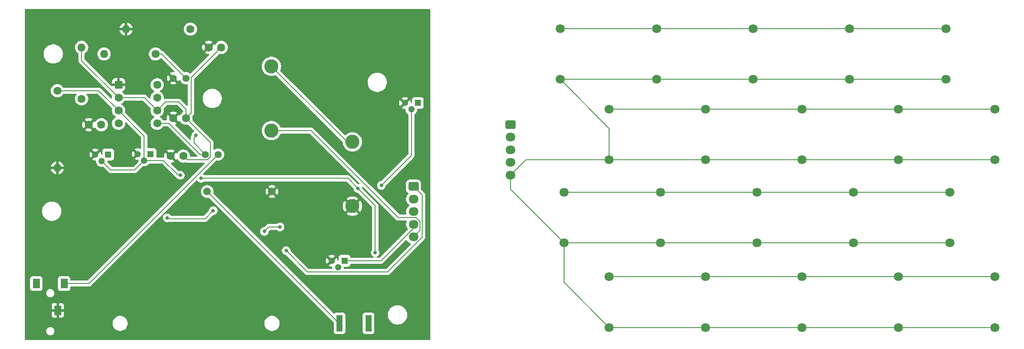
<source format=gtl>
G04 #@! TF.GenerationSoftware,KiCad,Pcbnew,9.0.1*
G04 #@! TF.CreationDate,2025-04-11T16:06:49-05:00*
G04 #@! TF.ProjectId,Soundlaser,536f756e-646c-4617-9365-722e6b696361,rev?*
G04 #@! TF.SameCoordinates,Original*
G04 #@! TF.FileFunction,Copper,L1,Top*
G04 #@! TF.FilePolarity,Positive*
%FSLAX46Y46*%
G04 Gerber Fmt 4.6, Leading zero omitted, Abs format (unit mm)*
G04 Created by KiCad (PCBNEW 9.0.1) date 2025-04-11 16:06:49*
%MOMM*%
%LPD*%
G01*
G04 APERTURE LIST*
G04 Aperture macros list*
%AMRoundRect*
0 Rectangle with rounded corners*
0 $1 Rounding radius*
0 $2 $3 $4 $5 $6 $7 $8 $9 X,Y pos of 4 corners*
0 Add a 4 corners polygon primitive as box body*
4,1,4,$2,$3,$4,$5,$6,$7,$8,$9,$2,$3,0*
0 Add four circle primitives for the rounded corners*
1,1,$1+$1,$2,$3*
1,1,$1+$1,$4,$5*
1,1,$1+$1,$6,$7*
1,1,$1+$1,$8,$9*
0 Add four rect primitives between the rounded corners*
20,1,$1+$1,$2,$3,$4,$5,0*
20,1,$1+$1,$4,$5,$6,$7,0*
20,1,$1+$1,$6,$7,$8,$9,0*
20,1,$1+$1,$8,$9,$2,$3,0*%
G04 Aperture macros list end*
G04 #@! TA.AperFunction,ComponentPad*
%ADD10C,1.800000*%
G04 #@! TD*
G04 #@! TA.AperFunction,ComponentPad*
%ADD11C,1.600000*%
G04 #@! TD*
G04 #@! TA.AperFunction,ComponentPad*
%ADD12O,1.600000X1.600000*%
G04 #@! TD*
G04 #@! TA.AperFunction,ComponentPad*
%ADD13RoundRect,0.250000X-0.550000X-0.550000X0.550000X-0.550000X0.550000X0.550000X-0.550000X0.550000X0*%
G04 #@! TD*
G04 #@! TA.AperFunction,ComponentPad*
%ADD14C,1.400000*%
G04 #@! TD*
G04 #@! TA.AperFunction,ComponentPad*
%ADD15RoundRect,0.250000X-0.725000X0.600000X-0.725000X-0.600000X0.725000X-0.600000X0.725000X0.600000X0*%
G04 #@! TD*
G04 #@! TA.AperFunction,ComponentPad*
%ADD16O,1.950000X1.700000*%
G04 #@! TD*
G04 #@! TA.AperFunction,ComponentPad*
%ADD17R,1.300000X1.300000*%
G04 #@! TD*
G04 #@! TA.AperFunction,ComponentPad*
%ADD18C,1.300000*%
G04 #@! TD*
G04 #@! TA.AperFunction,ComponentPad*
%ADD19C,2.800000*%
G04 #@! TD*
G04 #@! TA.AperFunction,ComponentPad*
%ADD20R,1.400000X1.900000*%
G04 #@! TD*
G04 #@! TA.AperFunction,ComponentPad*
%ADD21R,1.300000X3.200000*%
G04 #@! TD*
G04 #@! TA.AperFunction,ComponentPad*
%ADD22C,1.500000*%
G04 #@! TD*
G04 #@! TA.AperFunction,ViaPad*
%ADD23C,0.700000*%
G04 #@! TD*
G04 #@! TA.AperFunction,Conductor*
%ADD24C,0.200000*%
G04 #@! TD*
G04 APERTURE END LIST*
D10*
G04 #@! TO.P,LS20,1,1*
G04 #@! TO.N,/Transmitter/PWR*
X320921250Y-165670000D03*
G04 #@! TO.P,LS20,2,2*
G04 #@! TO.N,/Transmitter/T3*
X320921250Y-155670000D03*
G04 #@! TD*
D11*
G04 #@! TO.P,R3,1*
G04 #@! TO.N,/40KHz*
X135702837Y-118860000D03*
D12*
G04 #@! TO.P,R3,2*
G04 #@! TO.N,GND*
X135702837Y-134100000D03*
G04 #@! TD*
D13*
G04 #@! TO.P,U1,1,GND*
G04 #@! TO.N,GND*
X147797837Y-117690000D03*
D11*
G04 #@! TO.P,U1,2,TR*
G04 #@! TO.N,Net-(U1-THR)*
X147797837Y-120230000D03*
G04 #@! TO.P,U1,3,Q*
G04 #@! TO.N,/40KHz*
X147797837Y-122770000D03*
G04 #@! TO.P,U1,4,R*
G04 #@! TO.N,+5V*
X147797837Y-125310000D03*
G04 #@! TO.P,U1,5,CV*
G04 #@! TO.N,Net-(U1-CV)*
X155417837Y-125310000D03*
G04 #@! TO.P,U1,6,THR*
G04 #@! TO.N,Net-(U1-THR)*
X155417837Y-122770000D03*
G04 #@! TO.P,U1,7,DIS*
G04 #@! TO.N,Net-(U1-DIS)*
X155417837Y-120230000D03*
G04 #@! TO.P,U1,8,VCC*
G04 #@! TO.N,Net-(SW1-A)*
X155417837Y-117690000D03*
G04 #@! TD*
D10*
G04 #@! TO.P,LS1,1,1*
G04 #@! TO.N,/Transmitter/PWR*
X235022250Y-116627750D03*
G04 #@! TO.P,LS1,2,2*
G04 #@! TO.N,/Transmitter/T0*
X235022250Y-106627750D03*
G04 #@! TD*
G04 #@! TO.P,LS15,1,1*
G04 #@! TO.N,/Transmitter/PWR*
X292971250Y-148970000D03*
G04 #@! TO.P,LS15,2,2*
G04 #@! TO.N,/Transmitter/T2*
X292971250Y-138970000D03*
G04 #@! TD*
D14*
G04 #@! TO.P,C1,1*
G04 #@! TO.N,+5V*
X161102837Y-116400000D03*
G04 #@! TO.P,C1,2*
G04 #@! TO.N,GND*
X158602837Y-116400000D03*
G04 #@! TD*
D10*
G04 #@! TO.P,LS9,1,1*
G04 #@! TO.N,/Transmitter/PWR*
X273122250Y-116627750D03*
G04 #@! TO.P,LS9,2,2*
G04 #@! TO.N,/Transmitter/T0*
X273122250Y-106627750D03*
G04 #@! TD*
D11*
G04 #@! TO.P,C5,1*
G04 #@! TO.N,Net-(U1-THR)*
X160602837Y-131800000D03*
G04 #@! TO.P,C5,2*
G04 #@! TO.N,GND*
X158102837Y-131800000D03*
G04 #@! TD*
D10*
G04 #@! TO.P,LS5,1,1*
G04 #@! TO.N,/Transmitter/PWR*
X254072250Y-116627750D03*
G04 #@! TO.P,LS5,2,2*
G04 #@! TO.N,/Transmitter/T0*
X254072250Y-106627750D03*
G04 #@! TD*
G04 #@! TO.P,LS16,1,1*
G04 #@! TO.N,/Transmitter/PWR*
X301871250Y-165670000D03*
G04 #@! TO.P,LS16,2,2*
G04 #@! TO.N,/Transmitter/T3*
X301871250Y-155670000D03*
G04 #@! TD*
G04 #@! TO.P,LS6,1,1*
G04 #@! TO.N,/Transmitter/PWR*
X263771250Y-132553750D03*
G04 #@! TO.P,LS6,2,2*
G04 #@! TO.N,/Transmitter/T1*
X263771250Y-122553750D03*
G04 #@! TD*
G04 #@! TO.P,LS13,1,1*
G04 #@! TO.N,/Transmitter/PWR*
X292172250Y-116627750D03*
G04 #@! TO.P,LS13,2,2*
G04 #@! TO.N,/Transmitter/T0*
X292172250Y-106627750D03*
G04 #@! TD*
D11*
G04 #@! TO.P,C3,1*
G04 #@! TO.N,Net-(U1-THR)*
X144402837Y-125600000D03*
G04 #@! TO.P,C3,2*
G04 #@! TO.N,GND*
X141902837Y-125600000D03*
G04 #@! TD*
G04 #@! TO.P,C4,1*
G04 #@! TO.N,Net-(U1-THR)*
X161102837Y-124300000D03*
G04 #@! TO.P,C4,2*
G04 #@! TO.N,GND*
X158602837Y-124300000D03*
G04 #@! TD*
D14*
G04 #@! TO.P,C6,1*
G04 #@! TO.N,Net-(C6-Pad1)*
X167452837Y-131500000D03*
G04 #@! TO.P,C6,2*
G04 #@! TO.N,Net-(U1-CV)*
X164952837Y-131500000D03*
G04 #@! TD*
D15*
G04 #@! TO.P,J3,1,Pin_1*
G04 #@! TO.N,/T3*
X206070337Y-137800000D03*
D16*
G04 #@! TO.P,J3,2,Pin_2*
G04 #@! TO.N,/T2*
X206070337Y-140300000D03*
G04 #@! TO.P,J3,3,Pin_3*
G04 #@! TO.N,/T1*
X206070337Y-142800000D03*
G04 #@! TO.P,J3,4,Pin_4*
G04 #@! TO.N,/T0*
X206070337Y-145300000D03*
G04 #@! TO.P,J3,5,Pin_5*
G04 #@! TO.N,+18V*
X206070337Y-147800000D03*
G04 #@! TD*
D17*
G04 #@! TO.P,Q4,1,D*
G04 #@! TO.N,/T3*
X154142837Y-131400000D03*
D18*
G04 #@! TO.P,Q4,2,G*
G04 #@! TO.N,/40KHz*
X152872837Y-132670000D03*
G04 #@! TO.P,Q4,3,S*
G04 #@! TO.N,GND*
X151602837Y-131400000D03*
G04 #@! TD*
D11*
G04 #@! TO.P,R1,1*
G04 #@! TO.N,Net-(U1-DIS)*
X140502837Y-120460000D03*
D12*
G04 #@! TO.P,R1,2*
G04 #@! TO.N,Net-(U1-THR)*
X140502837Y-110300000D03*
G04 #@! TD*
D19*
G04 #@! TO.P,BT1,1,+*
G04 #@! TO.N,Net-(BT1-+)*
X194002837Y-129000000D03*
G04 #@! TO.P,BT1,2,-*
G04 #@! TO.N,GND*
X194002837Y-141700000D03*
G04 #@! TD*
D20*
G04 #@! TO.P,J2,R*
G04 #@! TO.N,unconnected-(J2-PadR)*
X131552837Y-157000000D03*
G04 #@! TO.P,J2,S*
G04 #@! TO.N,Net-(C6-Pad1)*
X137052837Y-157000000D03*
G04 #@! TO.P,J2,T*
G04 #@! TO.N,GND*
X135802837Y-162300000D03*
G04 #@! TD*
D11*
G04 #@! TO.P,C2,1*
G04 #@! TO.N,Net-(U1-THR)*
X168102837Y-110300000D03*
G04 #@! TO.P,C2,2*
G04 #@! TO.N,GND*
X165602837Y-110300000D03*
G04 #@! TD*
D10*
G04 #@! TO.P,LS19,1,1*
G04 #@! TO.N,/Transmitter/PWR*
X312021250Y-148970000D03*
G04 #@! TO.P,LS19,2,2*
G04 #@! TO.N,/Transmitter/T2*
X312021250Y-138970000D03*
G04 #@! TD*
G04 #@! TO.P,LS11,1,1*
G04 #@! TO.N,/Transmitter/PWR*
X273921250Y-148970000D03*
G04 #@! TO.P,LS11,2,2*
G04 #@! TO.N,/Transmitter/T2*
X273921250Y-138970000D03*
G04 #@! TD*
D11*
G04 #@! TO.P,R4,1*
G04 #@! TO.N,Net-(U1-CV)*
X162002837Y-106700000D03*
D12*
G04 #@! TO.P,R4,2*
G04 #@! TO.N,GND*
X149302837Y-106700000D03*
G04 #@! TD*
D21*
G04 #@! TO.P,SW1,1,A*
G04 #@! TO.N,Net-(SW1-A)*
X197172837Y-164850000D03*
G04 #@! TO.P,SW1,2,B*
G04 #@! TO.N,+5V*
X191452837Y-164850000D03*
G04 #@! TD*
D22*
G04 #@! TO.P,BT2,1,+*
G04 #@! TO.N,+5V*
X165302837Y-138800000D03*
G04 #@! TO.P,BT2,2,-*
G04 #@! TO.N,GND*
X178102837Y-138800000D03*
G04 #@! TD*
D10*
G04 #@! TO.P,LS17,1,1*
G04 #@! TO.N,/Transmitter/PWR*
X311222250Y-116627750D03*
G04 #@! TO.P,LS17,2,2*
G04 #@! TO.N,/Transmitter/T0*
X311222250Y-106627750D03*
G04 #@! TD*
G04 #@! TO.P,LS3,1,1*
G04 #@! TO.N,/Transmitter/PWR*
X235821250Y-148970000D03*
G04 #@! TO.P,LS3,2,2*
G04 #@! TO.N,/Transmitter/T2*
X235821250Y-138970000D03*
G04 #@! TD*
G04 #@! TO.P,LS10,1,1*
G04 #@! TO.N,/Transmitter/PWR*
X282821250Y-132553750D03*
G04 #@! TO.P,LS10,2,2*
G04 #@! TO.N,/Transmitter/T1*
X282821250Y-122553750D03*
G04 #@! TD*
G04 #@! TO.P,LS7,1,1*
G04 #@! TO.N,/Transmitter/PWR*
X254871250Y-148970000D03*
G04 #@! TO.P,LS7,2,2*
G04 #@! TO.N,/Transmitter/T2*
X254871250Y-138970000D03*
G04 #@! TD*
D19*
G04 #@! TO.P,BT3,1,+*
G04 #@! TO.N,+18V*
X178002837Y-126750000D03*
G04 #@! TO.P,BT3,2,-*
G04 #@! TO.N,Net-(BT1-+)*
X178002837Y-114050000D03*
G04 #@! TD*
D17*
G04 #@! TO.P,Q2,1,D*
G04 #@! TO.N,/T1*
X206902837Y-121300000D03*
D18*
G04 #@! TO.P,Q2,2,G*
G04 #@! TO.N,/40KHz*
X205632837Y-122570000D03*
G04 #@! TO.P,Q2,3,S*
G04 #@! TO.N,GND*
X204362837Y-121300000D03*
G04 #@! TD*
D17*
G04 #@! TO.P,Q1,1,D*
G04 #@! TO.N,/T0*
X192442837Y-152500000D03*
D18*
G04 #@! TO.P,Q1,2,G*
G04 #@! TO.N,/40KHz*
X191172837Y-153770000D03*
G04 #@! TO.P,Q1,3,S*
G04 #@! TO.N,GND*
X189902837Y-152500000D03*
G04 #@! TD*
D11*
G04 #@! TO.P,R2,1*
G04 #@! TO.N,+5V*
X155102837Y-111600000D03*
D12*
G04 #@! TO.P,R2,2*
G04 #@! TO.N,Net-(U1-DIS)*
X144942837Y-111600000D03*
G04 #@! TD*
D10*
G04 #@! TO.P,LS2,1,1*
G04 #@! TO.N,/Transmitter/PWR*
X244721250Y-132553750D03*
G04 #@! TO.P,LS2,2,2*
G04 #@! TO.N,/Transmitter/T1*
X244721250Y-122553750D03*
G04 #@! TD*
G04 #@! TO.P,LS18,1,1*
G04 #@! TO.N,/Transmitter/PWR*
X320921250Y-132553750D03*
G04 #@! TO.P,LS18,2,2*
G04 #@! TO.N,/Transmitter/T1*
X320921250Y-122553750D03*
G04 #@! TD*
G04 #@! TO.P,LS14,1,1*
G04 #@! TO.N,/Transmitter/PWR*
X301871250Y-132553750D03*
G04 #@! TO.P,LS14,2,2*
G04 #@! TO.N,/Transmitter/T1*
X301871250Y-122553750D03*
G04 #@! TD*
G04 #@! TO.P,LS4,1,1*
G04 #@! TO.N,/Transmitter/PWR*
X244721250Y-165670000D03*
G04 #@! TO.P,LS4,2,2*
G04 #@! TO.N,/Transmitter/T3*
X244721250Y-155670000D03*
G04 #@! TD*
D17*
G04 #@! TO.P,Q3,1,D*
G04 #@! TO.N,/T2*
X145742837Y-131500000D03*
D18*
G04 #@! TO.P,Q3,2,G*
G04 #@! TO.N,/40KHz*
X144472837Y-132770000D03*
G04 #@! TO.P,Q3,3,S*
G04 #@! TO.N,GND*
X143202837Y-131500000D03*
G04 #@! TD*
D10*
G04 #@! TO.P,LS12,1,1*
G04 #@! TO.N,/Transmitter/PWR*
X282821250Y-165670000D03*
G04 #@! TO.P,LS12,2,2*
G04 #@! TO.N,/Transmitter/T3*
X282821250Y-155670000D03*
G04 #@! TD*
G04 #@! TO.P,LS8,1,1*
G04 #@! TO.N,/Transmitter/PWR*
X263771250Y-165670000D03*
G04 #@! TO.P,LS8,2,2*
G04 #@! TO.N,/Transmitter/T3*
X263771250Y-155670000D03*
G04 #@! TD*
D15*
G04 #@! TO.P,J1,1,Pin_1*
G04 #@! TO.N,/Transmitter/T3*
X225253750Y-125570000D03*
D16*
G04 #@! TO.P,J1,2,Pin_2*
G04 #@! TO.N,/Transmitter/T2*
X225253750Y-128070000D03*
G04 #@! TO.P,J1,3,Pin_3*
G04 #@! TO.N,/Transmitter/T1*
X225253750Y-130570000D03*
G04 #@! TO.P,J1,4,Pin_4*
G04 #@! TO.N,/Transmitter/T0*
X225253750Y-133070000D03*
G04 #@! TO.P,J1,5,Pin_5*
G04 #@! TO.N,/Transmitter/PWR*
X225253750Y-135570000D03*
G04 #@! TD*
D23*
G04 #@! TO.N,GND*
X168750000Y-126350000D03*
X169350000Y-133500000D03*
X161650000Y-133800000D03*
X157673637Y-119900000D03*
X158000000Y-122250000D03*
X161764863Y-141815611D03*
X160800000Y-126450000D03*
X156200000Y-128043189D03*
X202900000Y-151050000D03*
X160950000Y-118950000D03*
X201300000Y-146100000D03*
G04 #@! TO.N,Net-(U1-CV)*
X163100000Y-127700000D03*
G04 #@! TO.N,/T3*
X180902837Y-150500000D03*
G04 #@! TO.N,/T2*
X157402837Y-144000000D03*
X166502837Y-142600000D03*
X179702837Y-145800000D03*
X176602837Y-146700000D03*
G04 #@! TO.N,/40KHz*
X164102837Y-136200000D03*
X198502837Y-150900000D03*
X195102837Y-138200000D03*
X160002837Y-135600000D03*
X199702837Y-137600000D03*
G04 #@! TD*
D24*
G04 #@! TO.N,+5V*
X165302837Y-138800000D02*
X191352837Y-164850000D01*
X155102837Y-111600000D02*
X156302837Y-111600000D01*
X156302837Y-111600000D02*
X161102837Y-116400000D01*
G04 #@! TO.N,Net-(U1-THR)*
X165953837Y-129151000D02*
X161102837Y-124300000D01*
X157087837Y-121100000D02*
X159702837Y-121100000D01*
X165367465Y-132501000D02*
X165953837Y-131914628D01*
X162103837Y-116299000D02*
X168102837Y-110300000D01*
X140502837Y-110300000D02*
X140502837Y-112935000D01*
X162103837Y-123299000D02*
X162103837Y-116299000D01*
X140502837Y-112935000D02*
X147797837Y-120230000D01*
X161303837Y-132501000D02*
X165367465Y-132501000D01*
X160602837Y-131800000D02*
X161303837Y-132501000D01*
X155417837Y-122770000D02*
X157087837Y-121100000D01*
X161102837Y-122500000D02*
X161102837Y-124300000D01*
X161102837Y-124300000D02*
X162103837Y-123299000D01*
X152877837Y-120230000D02*
X155417837Y-122770000D01*
X159702837Y-121100000D02*
X161102837Y-122500000D01*
X165953837Y-131914628D02*
X165953837Y-129151000D01*
X147797837Y-120230000D02*
X152877837Y-120230000D01*
G04 #@! TO.N,Net-(U1-CV)*
X162702837Y-128097163D02*
X162702837Y-129250000D01*
X163962888Y-131500000D02*
X157772888Y-125310000D01*
X164952837Y-131500000D02*
X163962888Y-131500000D01*
X157772888Y-125310000D02*
X155417837Y-125310000D01*
X163100000Y-127700000D02*
X162702837Y-128097163D01*
X162702837Y-129250000D02*
X164952837Y-131500000D01*
G04 #@! TO.N,Net-(C6-Pad1)*
X141952837Y-157000000D02*
X167452837Y-131500000D01*
X137052837Y-157000000D02*
X141952837Y-157000000D01*
G04 #@! TO.N,/Transmitter/T0*
X235022250Y-106627750D02*
X311222250Y-106627750D01*
G04 #@! TO.N,/Transmitter/T1*
X320921250Y-122553750D02*
X244721250Y-122553750D01*
G04 #@! TO.N,/Transmitter/T3*
X320921250Y-155670000D02*
X244721250Y-155670000D01*
G04 #@! TO.N,/Transmitter/PWR*
X320921250Y-132553750D02*
X244721250Y-132553750D01*
X225253750Y-138402500D02*
X225253750Y-135570000D01*
X228270000Y-132553750D02*
X225253750Y-135570000D01*
X244721250Y-126326750D02*
X235022250Y-116627750D01*
X244721250Y-132553750D02*
X244721250Y-126326750D01*
X235022250Y-116627750D02*
X311222250Y-116627750D01*
X244721250Y-132553750D02*
X228270000Y-132553750D01*
X235821250Y-148970000D02*
X235821250Y-156770000D01*
X235821250Y-148970000D02*
X312021250Y-148970000D01*
X235821250Y-148970000D02*
X225253750Y-138402500D01*
X320921250Y-165670000D02*
X244721250Y-165670000D01*
X235821250Y-156770000D02*
X244721250Y-165670000D01*
G04 #@! TO.N,/Transmitter/T2*
X235821250Y-138970000D02*
X312021250Y-138970000D01*
G04 #@! TO.N,/T0*
X192442837Y-152500000D02*
X199617577Y-152500000D01*
X199617577Y-152500000D02*
X206070337Y-146047240D01*
G04 #@! TO.N,/T3*
X185123837Y-154721000D02*
X200902097Y-154721000D01*
X200902097Y-154721000D02*
X207747337Y-147875760D01*
X207747337Y-147875760D02*
X207747337Y-139477000D01*
X180902837Y-150500000D02*
X185123837Y-154721000D01*
X207747337Y-139477000D02*
X206070337Y-137800000D01*
G04 #@! TO.N,/T2*
X157602837Y-144200000D02*
X164902837Y-144200000D01*
X177502837Y-145800000D02*
X176602837Y-146700000D01*
X157602837Y-144200000D02*
X157402837Y-144000000D01*
X179702837Y-145800000D02*
X177502837Y-145800000D01*
X166502837Y-142600000D02*
X164902837Y-144200000D01*
G04 #@! TO.N,/40KHz*
X205632837Y-122570000D02*
X205632837Y-131670000D01*
X143887837Y-118860000D02*
X147797837Y-122770000D01*
X152872837Y-127845000D02*
X147797837Y-122770000D01*
X195102837Y-138200000D02*
X193102837Y-136200000D01*
X135702837Y-118860000D02*
X143887837Y-118860000D01*
X205632837Y-131670000D02*
X199702837Y-137600000D01*
X144472837Y-132770000D02*
X146252837Y-134550000D01*
X159602837Y-135600000D02*
X156672837Y-132670000D01*
X198502837Y-141600000D02*
X198502837Y-150900000D01*
X156672837Y-132670000D02*
X152872837Y-132670000D01*
X152872837Y-132670000D02*
X152872837Y-127845000D01*
X150992837Y-134550000D02*
X152772837Y-132770000D01*
X195102837Y-138200000D02*
X198502837Y-141600000D01*
X160002837Y-135600000D02*
X159602837Y-135600000D01*
X193102837Y-136200000D02*
X164102837Y-136200000D01*
X146252837Y-134550000D02*
X150992837Y-134550000D01*
G04 #@! TO.N,Net-(BT1-+)*
X178002837Y-114050000D02*
X192952837Y-129000000D01*
G04 #@! TO.N,+18V*
X203053837Y-143951000D02*
X185852837Y-126750000D01*
X206474097Y-143951000D02*
X203053837Y-143951000D01*
X207346337Y-146524000D02*
X207346337Y-144823240D01*
X207346337Y-144823240D02*
X206474097Y-143951000D01*
X185852837Y-126750000D02*
X178002837Y-126750000D01*
X206070337Y-147800000D02*
X207346337Y-146524000D01*
G04 #@! TD*
G04 #@! TA.AperFunction,Conductor*
G04 #@! TO.N,GND*
G36*
X204688794Y-148380531D02*
G01*
X204744727Y-148422403D01*
X204755945Y-148440418D01*
X204790288Y-148507819D01*
X204915227Y-148679786D01*
X205065550Y-148830109D01*
X205237516Y-148955048D01*
X205237518Y-148955049D01*
X205237521Y-148955051D01*
X205426925Y-149051557D01*
X205457421Y-149061465D01*
X205515095Y-149100902D01*
X205542294Y-149165261D01*
X205530380Y-149234107D01*
X205506783Y-149267077D01*
X200689681Y-154084181D01*
X200628358Y-154117666D01*
X200602000Y-154120500D01*
X192427350Y-154120500D01*
X192413344Y-154116387D01*
X192398768Y-154117161D01*
X192380492Y-154106740D01*
X192360311Y-154100815D01*
X192350753Y-154089785D01*
X192338071Y-154082554D01*
X192328329Y-154063906D01*
X192314556Y-154048011D01*
X192311895Y-154032447D01*
X192305720Y-154020626D01*
X192305189Y-153993214D01*
X192303850Y-153985381D01*
X192304225Y-153981213D01*
X192323337Y-153860546D01*
X192323337Y-153768933D01*
X192323837Y-153763380D01*
X192334685Y-153735849D01*
X192343022Y-153707460D01*
X192347351Y-153703708D01*
X192349453Y-153698376D01*
X192373468Y-153681077D01*
X192395826Y-153661705D01*
X192402328Y-153660290D01*
X192406147Y-153657540D01*
X192417817Y-153656920D01*
X192447337Y-153650499D01*
X193140708Y-153650499D01*
X193140709Y-153650499D01*
X193200320Y-153644091D01*
X193335168Y-153593796D01*
X193450383Y-153507546D01*
X193536633Y-153392331D01*
X193586928Y-153257483D01*
X193591899Y-153211242D01*
X193618636Y-153146694D01*
X193676028Y-153106846D01*
X193715188Y-153100500D01*
X199530908Y-153100500D01*
X199530924Y-153100501D01*
X199538520Y-153100501D01*
X199696631Y-153100501D01*
X199696634Y-153100501D01*
X199849362Y-153059577D01*
X199899481Y-153030639D01*
X199986293Y-152980520D01*
X200098097Y-152868716D01*
X200098097Y-152868714D01*
X200108305Y-152858507D01*
X200108306Y-152858504D01*
X204557781Y-148409030D01*
X204619102Y-148375547D01*
X204688794Y-148380531D01*
G37*
G04 #@! TD.AperFunction*
G04 #@! TA.AperFunction,Conductor*
G36*
X196081548Y-137857942D02*
G01*
X196112644Y-137865290D01*
X196116166Y-137867976D01*
X196117962Y-137868497D01*
X196120175Y-137871033D01*
X196138965Y-137885363D01*
X202568976Y-144315374D01*
X202568986Y-144315385D01*
X202573316Y-144319715D01*
X202573317Y-144319716D01*
X202685121Y-144431520D01*
X202685123Y-144431521D01*
X202685127Y-144431524D01*
X202817686Y-144508056D01*
X202822053Y-144510577D01*
X202933856Y-144540534D01*
X202974779Y-144551500D01*
X202974780Y-144551500D01*
X204608666Y-144551500D01*
X204675705Y-144571185D01*
X204721460Y-144623989D01*
X204731404Y-144693147D01*
X204719151Y-144731795D01*
X204693781Y-144781585D01*
X204628090Y-144983760D01*
X204603443Y-145139376D01*
X204594837Y-145193713D01*
X204594837Y-145406287D01*
X204604871Y-145469644D01*
X204617902Y-145551917D01*
X204628091Y-145616243D01*
X204692080Y-145813181D01*
X204693781Y-145818414D01*
X204790288Y-146007820D01*
X204915227Y-146179786D01*
X204918390Y-146183488D01*
X204917296Y-146184421D01*
X204947695Y-146240092D01*
X204942711Y-146309784D01*
X204914210Y-146354131D01*
X199405161Y-151863181D01*
X199343838Y-151896666D01*
X199317480Y-151899500D01*
X198935684Y-151899500D01*
X198868645Y-151879815D01*
X198822890Y-151827011D01*
X198812946Y-151757853D01*
X198841971Y-151694297D01*
X198888232Y-151660939D01*
X198905695Y-151653705D01*
X198905694Y-151653705D01*
X198905700Y-151653703D01*
X199044999Y-151560626D01*
X199163463Y-151442162D01*
X199256540Y-151302863D01*
X199320653Y-151148082D01*
X199353337Y-150983767D01*
X199353337Y-150816233D01*
X199320653Y-150651918D01*
X199256540Y-150497137D01*
X199224979Y-150449903D01*
X199163463Y-150357837D01*
X199139656Y-150334030D01*
X199106171Y-150272707D01*
X199103337Y-150246349D01*
X199103337Y-141520945D01*
X199103337Y-141520943D01*
X199062414Y-141368216D01*
X199062414Y-141368215D01*
X199062414Y-141368214D01*
X199033476Y-141318095D01*
X199033474Y-141318092D01*
X198983357Y-141231284D01*
X198871553Y-141119480D01*
X198871552Y-141119479D01*
X198867222Y-141115149D01*
X198867211Y-141115139D01*
X195989656Y-138237584D01*
X195956171Y-138176261D01*
X195954661Y-138167974D01*
X195953337Y-138158986D01*
X195953337Y-138116233D01*
X195929059Y-137994182D01*
X195928608Y-137991115D01*
X195933046Y-137959467D01*
X195935894Y-137927644D01*
X195937865Y-137925105D01*
X195938312Y-137921923D01*
X195959157Y-137897697D01*
X195978757Y-137872467D01*
X195981786Y-137871398D01*
X195983884Y-137868961D01*
X196014519Y-137859850D01*
X196044647Y-137849222D01*
X196047774Y-137849961D01*
X196050855Y-137849045D01*
X196081548Y-137857942D01*
G37*
G04 #@! TD.AperFunction*
G04 #@! TA.AperFunction,Conductor*
G36*
X152644779Y-120850185D02*
G01*
X152665421Y-120866819D01*
X154123759Y-122325157D01*
X154157244Y-122386480D01*
X154154010Y-122451154D01*
X154152202Y-122456717D01*
X154149359Y-122465468D01*
X154117337Y-122667648D01*
X154117337Y-122872351D01*
X154149359Y-123074534D01*
X154212618Y-123269223D01*
X154268072Y-123378055D01*
X154303484Y-123447556D01*
X154305552Y-123451613D01*
X154425865Y-123617213D01*
X154570623Y-123761971D01*
X154698884Y-123855156D01*
X154736227Y-123882287D01*
X154793198Y-123911315D01*
X154828917Y-123929515D01*
X154879713Y-123977490D01*
X154896508Y-124045311D01*
X154873971Y-124111446D01*
X154828917Y-124150485D01*
X154736223Y-124197715D01*
X154570623Y-124318028D01*
X154425865Y-124462786D01*
X154305552Y-124628386D01*
X154212618Y-124810776D01*
X154149359Y-125005465D01*
X154117337Y-125207648D01*
X154117337Y-125412351D01*
X154149359Y-125614534D01*
X154212618Y-125809223D01*
X154305552Y-125991613D01*
X154425865Y-126157213D01*
X154570623Y-126301971D01*
X154689519Y-126388352D01*
X154736227Y-126422287D01*
X154852444Y-126481503D01*
X154918613Y-126515218D01*
X154918615Y-126515218D01*
X154918618Y-126515220D01*
X155022974Y-126549127D01*
X155113302Y-126578477D01*
X155198468Y-126591966D01*
X155315485Y-126610500D01*
X155315486Y-126610500D01*
X155520188Y-126610500D01*
X155520189Y-126610500D01*
X155722371Y-126578477D01*
X155917056Y-126515220D01*
X156099447Y-126422287D01*
X156192427Y-126354732D01*
X156265050Y-126301971D01*
X156265052Y-126301968D01*
X156265056Y-126301966D01*
X156409803Y-126157219D01*
X156409805Y-126157215D01*
X156409808Y-126157213D01*
X156530121Y-125991614D01*
X156530122Y-125991613D01*
X156530124Y-125991610D01*
X156536954Y-125978204D01*
X156584928Y-125927409D01*
X156647439Y-125910500D01*
X157472791Y-125910500D01*
X157539830Y-125930185D01*
X157560472Y-125946819D01*
X163302472Y-131688819D01*
X163335957Y-131750142D01*
X163330973Y-131819834D01*
X163289101Y-131875767D01*
X163223637Y-131900184D01*
X163214791Y-131900500D01*
X162027337Y-131900500D01*
X161960298Y-131880815D01*
X161914543Y-131828011D01*
X161903337Y-131776500D01*
X161903337Y-131697648D01*
X161871314Y-131495465D01*
X161829075Y-131365468D01*
X161808057Y-131300781D01*
X161808055Y-131300778D01*
X161808055Y-131300776D01*
X161755109Y-131196865D01*
X161715124Y-131118390D01*
X161682929Y-131074077D01*
X161594808Y-130952786D01*
X161450050Y-130808028D01*
X161284450Y-130687715D01*
X161284449Y-130687714D01*
X161284447Y-130687713D01*
X161227490Y-130658691D01*
X161102060Y-130594781D01*
X160907371Y-130531522D01*
X160732832Y-130503878D01*
X160705189Y-130499500D01*
X160500485Y-130499500D01*
X160476166Y-130503351D01*
X160298302Y-130531522D01*
X160103613Y-130594781D01*
X159921223Y-130687715D01*
X159755623Y-130808028D01*
X159610865Y-130952786D01*
X159490551Y-131118386D01*
X159463040Y-131172379D01*
X159415064Y-131223174D01*
X159347243Y-131239968D01*
X159281109Y-131217429D01*
X159242071Y-131172376D01*
X159214698Y-131118652D01*
X159182311Y-131074077D01*
X159182311Y-131074076D01*
X158502837Y-131753551D01*
X158502837Y-131747339D01*
X158475578Y-131645606D01*
X158422917Y-131554394D01*
X158348443Y-131479920D01*
X158257231Y-131427259D01*
X158155498Y-131400000D01*
X158149283Y-131400000D01*
X158828759Y-130720524D01*
X158828758Y-130720523D01*
X158784196Y-130688147D01*
X158784187Y-130688141D01*
X158601868Y-130595244D01*
X158407254Y-130532009D01*
X158205154Y-130500000D01*
X158000520Y-130500000D01*
X157798419Y-130532009D01*
X157603805Y-130595244D01*
X157421481Y-130688143D01*
X157376914Y-130720523D01*
X157376914Y-130720524D01*
X158056391Y-131400000D01*
X158050176Y-131400000D01*
X157948443Y-131427259D01*
X157857231Y-131479920D01*
X157782757Y-131554394D01*
X157730096Y-131645606D01*
X157702837Y-131747339D01*
X157702837Y-131753553D01*
X157023361Y-131074077D01*
X157023360Y-131074077D01*
X156990980Y-131118644D01*
X156898081Y-131300968D01*
X156834846Y-131495582D01*
X156802837Y-131697682D01*
X156802837Y-131902317D01*
X156806604Y-131926102D01*
X156804208Y-131944639D01*
X156806869Y-131963145D01*
X156799822Y-131978574D01*
X156797649Y-131995395D01*
X156785610Y-132009695D01*
X156777845Y-132026701D01*
X156763575Y-132035871D01*
X156752653Y-132048847D01*
X156734793Y-132054368D01*
X156719067Y-132064476D01*
X156687360Y-132069034D01*
X156685901Y-132069486D01*
X156684132Y-132069499D01*
X156593780Y-132069499D01*
X156593776Y-132069499D01*
X156586169Y-132069500D01*
X156586168Y-132069499D01*
X156586168Y-132069500D01*
X155417337Y-132069500D01*
X155350298Y-132049815D01*
X155304543Y-131997011D01*
X155293337Y-131945500D01*
X155293336Y-130767783D01*
X155293336Y-130702129D01*
X155293335Y-130702123D01*
X155291832Y-130688143D01*
X155286928Y-130642517D01*
X155273931Y-130607671D01*
X155236634Y-130507671D01*
X155236630Y-130507664D01*
X155150384Y-130392455D01*
X155150381Y-130392452D01*
X155035172Y-130306206D01*
X155035165Y-130306202D01*
X154900319Y-130255908D01*
X154900320Y-130255908D01*
X154840720Y-130249501D01*
X154840718Y-130249500D01*
X154840710Y-130249500D01*
X154840702Y-130249500D01*
X153597337Y-130249500D01*
X153530298Y-130229815D01*
X153484543Y-130177011D01*
X153473337Y-130125500D01*
X153473337Y-127934059D01*
X153473338Y-127934046D01*
X153473338Y-127765945D01*
X153473338Y-127765943D01*
X153432414Y-127613215D01*
X153376725Y-127516759D01*
X153353357Y-127476284D01*
X153241553Y-127364480D01*
X153241550Y-127364478D01*
X149091914Y-123214842D01*
X149058429Y-123153519D01*
X149061665Y-123088841D01*
X149066314Y-123074534D01*
X149098337Y-122872352D01*
X149098337Y-122667648D01*
X149066982Y-122469685D01*
X149066314Y-122465465D01*
X149015003Y-122307547D01*
X149003057Y-122270781D01*
X149003055Y-122270778D01*
X149003055Y-122270776D01*
X148930490Y-122128361D01*
X148910124Y-122088390D01*
X148883151Y-122051264D01*
X148789808Y-121922786D01*
X148645050Y-121778028D01*
X148479451Y-121657715D01*
X148463218Y-121649444D01*
X148386754Y-121610483D01*
X148335960Y-121562511D01*
X148319165Y-121494690D01*
X148341702Y-121428555D01*
X148386754Y-121389516D01*
X148479447Y-121342287D01*
X148500607Y-121326913D01*
X148645050Y-121221971D01*
X148645052Y-121221968D01*
X148645056Y-121221966D01*
X148789803Y-121077219D01*
X148789805Y-121077215D01*
X148789808Y-121077213D01*
X148910121Y-120911614D01*
X148910120Y-120911614D01*
X148910124Y-120911610D01*
X148916954Y-120898204D01*
X148964928Y-120847409D01*
X149027439Y-120830500D01*
X152577740Y-120830500D01*
X152644779Y-120850185D01*
G37*
G04 #@! TD.AperFunction*
G04 #@! TA.AperFunction,Conductor*
G36*
X159682311Y-125025921D02*
G01*
X159714696Y-124981349D01*
X159742070Y-124927624D01*
X159790044Y-124876827D01*
X159857865Y-124860031D01*
X159924000Y-124882567D01*
X159963040Y-124927621D01*
X159990550Y-124981611D01*
X160110865Y-125147213D01*
X160255623Y-125291971D01*
X160341543Y-125354394D01*
X160421227Y-125412287D01*
X160537444Y-125471503D01*
X160603613Y-125505218D01*
X160603615Y-125505218D01*
X160603618Y-125505220D01*
X160682284Y-125530780D01*
X160798302Y-125568477D01*
X160899394Y-125584488D01*
X161000485Y-125600500D01*
X161000486Y-125600500D01*
X161205188Y-125600500D01*
X161205189Y-125600500D01*
X161407371Y-125568477D01*
X161421679Y-125563827D01*
X161491519Y-125561831D01*
X161547679Y-125594077D01*
X162711844Y-126758242D01*
X162745329Y-126819565D01*
X162740345Y-126889257D01*
X162698473Y-126945190D01*
X162693054Y-126949025D01*
X162557838Y-127039373D01*
X162557834Y-127039376D01*
X162439373Y-127157837D01*
X162346295Y-127297139D01*
X162282184Y-127451917D01*
X162282182Y-127451925D01*
X162249500Y-127616228D01*
X162249500Y-127650929D01*
X162245109Y-127666910D01*
X162245627Y-127681678D01*
X162235112Y-127703303D01*
X162232098Y-127714277D01*
X162225669Y-127725094D01*
X162222317Y-127728447D01*
X162176314Y-127808127D01*
X162143260Y-127865378D01*
X162102336Y-128018106D01*
X162102336Y-128018108D01*
X162102336Y-128186209D01*
X162102337Y-128186222D01*
X162102337Y-128490852D01*
X162082652Y-128557891D01*
X162029848Y-128603646D01*
X161960690Y-128613590D01*
X161897134Y-128584565D01*
X161890656Y-128578533D01*
X159029851Y-125717728D01*
X158996366Y-125656405D01*
X159001350Y-125586713D01*
X159043222Y-125530780D01*
X159079214Y-125512116D01*
X159101866Y-125504755D01*
X159284186Y-125411859D01*
X159328758Y-125379474D01*
X158649283Y-124700000D01*
X158655498Y-124700000D01*
X158757231Y-124672741D01*
X158848443Y-124620080D01*
X158922917Y-124545606D01*
X158975578Y-124454394D01*
X159002837Y-124352661D01*
X159002837Y-124346447D01*
X159682311Y-125025921D01*
G37*
G04 #@! TD.AperFunction*
G04 #@! TA.AperFunction,Conductor*
G36*
X159469779Y-121720185D02*
G01*
X159490421Y-121736819D01*
X160466018Y-122712416D01*
X160499503Y-122773739D01*
X160502337Y-122800097D01*
X160502337Y-123070397D01*
X160482652Y-123137436D01*
X160434637Y-123180879D01*
X160421226Y-123187712D01*
X160255623Y-123308028D01*
X160110865Y-123452786D01*
X159990551Y-123618386D01*
X159963040Y-123672379D01*
X159915064Y-123723174D01*
X159847243Y-123739968D01*
X159781109Y-123717429D01*
X159742071Y-123672376D01*
X159714698Y-123618652D01*
X159682311Y-123574077D01*
X159682311Y-123574076D01*
X159002837Y-124253551D01*
X159002837Y-124247339D01*
X158975578Y-124145606D01*
X158922917Y-124054394D01*
X158848443Y-123979920D01*
X158757231Y-123927259D01*
X158655498Y-123900000D01*
X158649283Y-123900000D01*
X159328759Y-123220524D01*
X159328758Y-123220523D01*
X159284196Y-123188147D01*
X159284187Y-123188141D01*
X159101868Y-123095244D01*
X158907254Y-123032009D01*
X158705154Y-123000000D01*
X158500520Y-123000000D01*
X158298419Y-123032009D01*
X158103805Y-123095244D01*
X157921481Y-123188143D01*
X157876914Y-123220523D01*
X157876914Y-123220524D01*
X158556391Y-123900000D01*
X158550176Y-123900000D01*
X158448443Y-123927259D01*
X158357231Y-123979920D01*
X158282757Y-124054394D01*
X158230096Y-124145606D01*
X158202837Y-124247339D01*
X158202837Y-124253553D01*
X157523361Y-123574077D01*
X157523360Y-123574077D01*
X157490980Y-123618644D01*
X157398081Y-123800968D01*
X157334846Y-123995582D01*
X157302837Y-124197682D01*
X157302837Y-124402317D01*
X157328778Y-124566102D01*
X157319823Y-124635396D01*
X157274827Y-124688847D01*
X157208076Y-124709487D01*
X157206305Y-124709500D01*
X156647439Y-124709500D01*
X156580400Y-124689815D01*
X156536954Y-124641795D01*
X156530124Y-124628390D01*
X156530122Y-124628387D01*
X156530121Y-124628385D01*
X156409808Y-124462786D01*
X156265050Y-124318028D01*
X156099451Y-124197715D01*
X156092843Y-124194348D01*
X156006754Y-124150483D01*
X155955960Y-124102511D01*
X155939165Y-124034690D01*
X155961702Y-123968555D01*
X156006754Y-123929516D01*
X156099447Y-123882287D01*
X156211374Y-123800968D01*
X156265050Y-123761971D01*
X156265052Y-123761968D01*
X156265056Y-123761966D01*
X156409803Y-123617219D01*
X156409805Y-123617215D01*
X156409808Y-123617213D01*
X156481402Y-123518670D01*
X156530124Y-123451610D01*
X156623057Y-123269219D01*
X156679585Y-123095244D01*
X156686313Y-123074538D01*
X156686313Y-123074537D01*
X156686314Y-123074534D01*
X156718337Y-122872352D01*
X156718337Y-122667648D01*
X156686314Y-122465466D01*
X156681663Y-122451154D01*
X156679669Y-122381315D01*
X156711912Y-122325159D01*
X157300254Y-121736819D01*
X157361577Y-121703334D01*
X157387935Y-121700500D01*
X159402740Y-121700500D01*
X159469779Y-121720185D01*
G37*
G04 #@! TD.AperFunction*
G04 #@! TA.AperFunction,Conductor*
G36*
X209342096Y-102720185D02*
G01*
X209387851Y-102772989D01*
X209399056Y-102824587D01*
X209353996Y-166360300D01*
X209352779Y-168075588D01*
X209333047Y-168142613D01*
X209280210Y-168188331D01*
X209228779Y-168199500D01*
X129424500Y-168199500D01*
X129357461Y-168179815D01*
X129311706Y-168127011D01*
X129300500Y-168075500D01*
X129300500Y-166320680D01*
X133497537Y-166320680D01*
X133497537Y-166479319D01*
X133528481Y-166634889D01*
X133528484Y-166634898D01*
X133589185Y-166781446D01*
X133589192Y-166781459D01*
X133677318Y-166913348D01*
X133677321Y-166913352D01*
X133789484Y-167025515D01*
X133789488Y-167025518D01*
X133921377Y-167113644D01*
X133921390Y-167113651D01*
X134031301Y-167159176D01*
X134067940Y-167174353D01*
X134067942Y-167174353D01*
X134067947Y-167174355D01*
X134223517Y-167205299D01*
X134223521Y-167205300D01*
X134223522Y-167205300D01*
X134382153Y-167205300D01*
X134382154Y-167205299D01*
X134434012Y-167194984D01*
X134537726Y-167174355D01*
X134537729Y-167174353D01*
X134537734Y-167174353D01*
X134684290Y-167113648D01*
X134816186Y-167025518D01*
X134928355Y-166913349D01*
X135016485Y-166781453D01*
X135077190Y-166634897D01*
X135108137Y-166479315D01*
X135108137Y-166320685D01*
X135094299Y-166251115D01*
X135077192Y-166165110D01*
X135077189Y-166165101D01*
X135016488Y-166018553D01*
X135016481Y-166018540D01*
X134928355Y-165886651D01*
X134928352Y-165886647D01*
X134816189Y-165774484D01*
X134816185Y-165774481D01*
X134684296Y-165686355D01*
X134684283Y-165686348D01*
X134537735Y-165625647D01*
X134537726Y-165625644D01*
X134382156Y-165594700D01*
X134382152Y-165594700D01*
X134223522Y-165594700D01*
X134223517Y-165594700D01*
X134067947Y-165625644D01*
X134067938Y-165625647D01*
X133921390Y-165686348D01*
X133921377Y-165686355D01*
X133789488Y-165774481D01*
X133789484Y-165774484D01*
X133677321Y-165886647D01*
X133677318Y-165886651D01*
X133589192Y-166018540D01*
X133589185Y-166018553D01*
X133528484Y-166165101D01*
X133528481Y-166165110D01*
X133497537Y-166320680D01*
X129300500Y-166320680D01*
X129300500Y-164752705D01*
X146612537Y-164752705D01*
X146612537Y-164987294D01*
X146649232Y-165218979D01*
X146721723Y-165442081D01*
X146799487Y-165594700D01*
X146828218Y-165651087D01*
X146966100Y-165840865D01*
X147131972Y-166006737D01*
X147321750Y-166144619D01*
X147361966Y-166165110D01*
X147530755Y-166251113D01*
X147530757Y-166251113D01*
X147530760Y-166251115D01*
X147650346Y-166289971D01*
X147753857Y-166323604D01*
X147985543Y-166360300D01*
X147985548Y-166360300D01*
X148220131Y-166360300D01*
X148451816Y-166323604D01*
X148460815Y-166320680D01*
X148674914Y-166251115D01*
X148883924Y-166144619D01*
X149073702Y-166006737D01*
X149239574Y-165840865D01*
X149377456Y-165651087D01*
X149483952Y-165442077D01*
X149556441Y-165218979D01*
X149574446Y-165105300D01*
X149593137Y-164987294D01*
X149593137Y-164752705D01*
X176612537Y-164752705D01*
X176612537Y-164987294D01*
X176649232Y-165218979D01*
X176721723Y-165442081D01*
X176799487Y-165594700D01*
X176828218Y-165651087D01*
X176966100Y-165840865D01*
X177131972Y-166006737D01*
X177321750Y-166144619D01*
X177361966Y-166165110D01*
X177530755Y-166251113D01*
X177530757Y-166251113D01*
X177530760Y-166251115D01*
X177650346Y-166289971D01*
X177753857Y-166323604D01*
X177985543Y-166360300D01*
X177985548Y-166360300D01*
X178220131Y-166360300D01*
X178451816Y-166323604D01*
X178460815Y-166320680D01*
X178674914Y-166251115D01*
X178883924Y-166144619D01*
X179073702Y-166006737D01*
X179239574Y-165840865D01*
X179377456Y-165651087D01*
X179483952Y-165442077D01*
X179556441Y-165218979D01*
X179574446Y-165105300D01*
X179593137Y-164987294D01*
X179593137Y-164752705D01*
X179556441Y-164521020D01*
X179483950Y-164297918D01*
X179377455Y-164088912D01*
X179239574Y-163899135D01*
X179073702Y-163733263D01*
X178883924Y-163595381D01*
X178674918Y-163488886D01*
X178451816Y-163416395D01*
X178220131Y-163379700D01*
X178220126Y-163379700D01*
X177985548Y-163379700D01*
X177985543Y-163379700D01*
X177753857Y-163416395D01*
X177530755Y-163488886D01*
X177321749Y-163595381D01*
X177213474Y-163674047D01*
X177131972Y-163733263D01*
X177131970Y-163733265D01*
X177131969Y-163733265D01*
X176966102Y-163899132D01*
X176966102Y-163899133D01*
X176966100Y-163899135D01*
X176906884Y-163980637D01*
X176828218Y-164088912D01*
X176721723Y-164297918D01*
X176649232Y-164521020D01*
X176612537Y-164752705D01*
X149593137Y-164752705D01*
X149556441Y-164521020D01*
X149483950Y-164297918D01*
X149377455Y-164088912D01*
X149239574Y-163899135D01*
X149073702Y-163733263D01*
X148883924Y-163595381D01*
X148674918Y-163488886D01*
X148451816Y-163416395D01*
X148220131Y-163379700D01*
X148220126Y-163379700D01*
X147985548Y-163379700D01*
X147985543Y-163379700D01*
X147753857Y-163416395D01*
X147530755Y-163488886D01*
X147321749Y-163595381D01*
X147213474Y-163674047D01*
X147131972Y-163733263D01*
X147131970Y-163733265D01*
X147131969Y-163733265D01*
X146966102Y-163899132D01*
X146966102Y-163899133D01*
X146966100Y-163899135D01*
X146906884Y-163980637D01*
X146828218Y-164088912D01*
X146721723Y-164297918D01*
X146649232Y-164521020D01*
X146612537Y-164752705D01*
X129300500Y-164752705D01*
X129300500Y-161302155D01*
X134602837Y-161302155D01*
X134602837Y-162050000D01*
X135302837Y-162050000D01*
X135302837Y-162550000D01*
X134602837Y-162550000D01*
X134602837Y-163297844D01*
X134609238Y-163357372D01*
X134609240Y-163357379D01*
X134659482Y-163492086D01*
X134659486Y-163492093D01*
X134745646Y-163607187D01*
X134745649Y-163607190D01*
X134860743Y-163693350D01*
X134860750Y-163693354D01*
X134995457Y-163743596D01*
X134995464Y-163743598D01*
X135054992Y-163749999D01*
X135055009Y-163750000D01*
X135552837Y-163750000D01*
X135552837Y-162983012D01*
X135609844Y-163015925D01*
X135737011Y-163050000D01*
X135868663Y-163050000D01*
X135995830Y-163015925D01*
X136052837Y-162983012D01*
X136052837Y-163750000D01*
X136550665Y-163750000D01*
X136550681Y-163749999D01*
X136610209Y-163743598D01*
X136610216Y-163743596D01*
X136744923Y-163693354D01*
X136744930Y-163693350D01*
X136860024Y-163607190D01*
X136860027Y-163607187D01*
X136946187Y-163492093D01*
X136946191Y-163492086D01*
X136996433Y-163357379D01*
X136996435Y-163357372D01*
X137002836Y-163297844D01*
X137002837Y-163297827D01*
X137002837Y-162550000D01*
X136302837Y-162550000D01*
X136302837Y-162050000D01*
X137002837Y-162050000D01*
X137002837Y-161302172D01*
X137002836Y-161302155D01*
X136996435Y-161242627D01*
X136996433Y-161242620D01*
X136946191Y-161107913D01*
X136946187Y-161107906D01*
X136860027Y-160992812D01*
X136860024Y-160992809D01*
X136744930Y-160906649D01*
X136744923Y-160906645D01*
X136610216Y-160856403D01*
X136610209Y-160856401D01*
X136550681Y-160850000D01*
X136052837Y-160850000D01*
X136052837Y-161616988D01*
X135995830Y-161584075D01*
X135868663Y-161550000D01*
X135737011Y-161550000D01*
X135609844Y-161584075D01*
X135552837Y-161616988D01*
X135552837Y-160850000D01*
X135054992Y-160850000D01*
X134995464Y-160856401D01*
X134995457Y-160856403D01*
X134860750Y-160906645D01*
X134860743Y-160906649D01*
X134745649Y-160992809D01*
X134745646Y-160992812D01*
X134659486Y-161107906D01*
X134659482Y-161107913D01*
X134609240Y-161242620D01*
X134609238Y-161242627D01*
X134602837Y-161302155D01*
X129300500Y-161302155D01*
X129300500Y-158820680D01*
X133497537Y-158820680D01*
X133497537Y-158979319D01*
X133528481Y-159134889D01*
X133528484Y-159134898D01*
X133589185Y-159281446D01*
X133589192Y-159281459D01*
X133677318Y-159413348D01*
X133677321Y-159413352D01*
X133789484Y-159525515D01*
X133789488Y-159525518D01*
X133921377Y-159613644D01*
X133921390Y-159613651D01*
X134031301Y-159659176D01*
X134067940Y-159674353D01*
X134067942Y-159674353D01*
X134067947Y-159674355D01*
X134223517Y-159705299D01*
X134223521Y-159705300D01*
X134223522Y-159705300D01*
X134382153Y-159705300D01*
X134382154Y-159705299D01*
X134434012Y-159694984D01*
X134537726Y-159674355D01*
X134537729Y-159674353D01*
X134537734Y-159674353D01*
X134684290Y-159613648D01*
X134816186Y-159525518D01*
X134928355Y-159413349D01*
X135016485Y-159281453D01*
X135077190Y-159134897D01*
X135108137Y-158979315D01*
X135108137Y-158820685D01*
X135107861Y-158819298D01*
X135077192Y-158665110D01*
X135077189Y-158665101D01*
X135016488Y-158518553D01*
X135016481Y-158518540D01*
X134928355Y-158386651D01*
X134928352Y-158386647D01*
X134816189Y-158274484D01*
X134816185Y-158274481D01*
X134684296Y-158186355D01*
X134684283Y-158186348D01*
X134537735Y-158125647D01*
X134537726Y-158125644D01*
X134382156Y-158094700D01*
X134382152Y-158094700D01*
X134223522Y-158094700D01*
X134223517Y-158094700D01*
X134067947Y-158125644D01*
X134067938Y-158125647D01*
X133921390Y-158186348D01*
X133921377Y-158186355D01*
X133789488Y-158274481D01*
X133789484Y-158274484D01*
X133677321Y-158386647D01*
X133677318Y-158386651D01*
X133589192Y-158518540D01*
X133589185Y-158518553D01*
X133528484Y-158665101D01*
X133528481Y-158665110D01*
X133497537Y-158820680D01*
X129300500Y-158820680D01*
X129300500Y-156002135D01*
X130352337Y-156002135D01*
X130352337Y-157997870D01*
X130352338Y-157997876D01*
X130358745Y-158057483D01*
X130409039Y-158192328D01*
X130409043Y-158192335D01*
X130495289Y-158307544D01*
X130495292Y-158307547D01*
X130610501Y-158393793D01*
X130610508Y-158393797D01*
X130745354Y-158444091D01*
X130745353Y-158444091D01*
X130752281Y-158444835D01*
X130804964Y-158450500D01*
X132300709Y-158450499D01*
X132360320Y-158444091D01*
X132495168Y-158393796D01*
X132610383Y-158307546D01*
X132696633Y-158192331D01*
X132746928Y-158057483D01*
X132753337Y-157997873D01*
X132753336Y-156002128D01*
X132746928Y-155942517D01*
X132696633Y-155807669D01*
X132696632Y-155807668D01*
X132696630Y-155807664D01*
X132610384Y-155692455D01*
X132610381Y-155692452D01*
X132495172Y-155606206D01*
X132495165Y-155606202D01*
X132360319Y-155555908D01*
X132360320Y-155555908D01*
X132300720Y-155549501D01*
X132300718Y-155549500D01*
X132300710Y-155549500D01*
X132300701Y-155549500D01*
X130804966Y-155549500D01*
X130804960Y-155549501D01*
X130745353Y-155555908D01*
X130610508Y-155606202D01*
X130610501Y-155606206D01*
X130495292Y-155692452D01*
X130495289Y-155692455D01*
X130409043Y-155807664D01*
X130409039Y-155807671D01*
X130358745Y-155942517D01*
X130352338Y-156002116D01*
X130352338Y-156002123D01*
X130352337Y-156002135D01*
X129300500Y-156002135D01*
X129300500Y-142575126D01*
X132697537Y-142575126D01*
X132697537Y-142824873D01*
X132697538Y-142824890D01*
X132730136Y-143072499D01*
X132794780Y-143313753D01*
X132890354Y-143544492D01*
X132890362Y-143544508D01*
X133015234Y-143760791D01*
X133015245Y-143760807D01*
X133167281Y-143958945D01*
X133167287Y-143958952D01*
X133343884Y-144135549D01*
X133343890Y-144135554D01*
X133542038Y-144287598D01*
X133542045Y-144287602D01*
X133758328Y-144412474D01*
X133758344Y-144412482D01*
X133882828Y-144464044D01*
X133989084Y-144508057D01*
X134230334Y-144572700D01*
X134477957Y-144605300D01*
X134477964Y-144605300D01*
X134727710Y-144605300D01*
X134727717Y-144605300D01*
X134975340Y-144572700D01*
X135216590Y-144508057D01*
X135401367Y-144431520D01*
X135447329Y-144412482D01*
X135447332Y-144412480D01*
X135447338Y-144412478D01*
X135663636Y-144287598D01*
X135861784Y-144135554D01*
X136038391Y-143958947D01*
X136190435Y-143760799D01*
X136315315Y-143544501D01*
X136410894Y-143313753D01*
X136475537Y-143072503D01*
X136508137Y-142824880D01*
X136508137Y-142575120D01*
X136475537Y-142327497D01*
X136410894Y-142086247D01*
X136350057Y-141939373D01*
X136315319Y-141855507D01*
X136315311Y-141855491D01*
X136190439Y-141639208D01*
X136190435Y-141639201D01*
X136038391Y-141441053D01*
X136038386Y-141441047D01*
X135861789Y-141264450D01*
X135861782Y-141264444D01*
X135663644Y-141112408D01*
X135663642Y-141112406D01*
X135663636Y-141112402D01*
X135663631Y-141112399D01*
X135663628Y-141112397D01*
X135447345Y-140987525D01*
X135447329Y-140987517D01*
X135216590Y-140891943D01*
X135089357Y-140857851D01*
X134975340Y-140827300D01*
X134975339Y-140827299D01*
X134975336Y-140827299D01*
X134727727Y-140794701D01*
X134727722Y-140794700D01*
X134727717Y-140794700D01*
X134477957Y-140794700D01*
X134477951Y-140794700D01*
X134477946Y-140794701D01*
X134230337Y-140827299D01*
X133989083Y-140891943D01*
X133758344Y-140987517D01*
X133758328Y-140987525D01*
X133542045Y-141112397D01*
X133542029Y-141112408D01*
X133343891Y-141264444D01*
X133343884Y-141264450D01*
X133167287Y-141441047D01*
X133167281Y-141441054D01*
X133015245Y-141639192D01*
X133015234Y-141639208D01*
X132890362Y-141855491D01*
X132890354Y-141855507D01*
X132794780Y-142086246D01*
X132730136Y-142327500D01*
X132697538Y-142575109D01*
X132697537Y-142575126D01*
X129300500Y-142575126D01*
X129300500Y-133850000D01*
X134426228Y-133850000D01*
X135387151Y-133850000D01*
X135382757Y-133854394D01*
X135330096Y-133945606D01*
X135302837Y-134047339D01*
X135302837Y-134152661D01*
X135330096Y-134254394D01*
X135382757Y-134345606D01*
X135387151Y-134350000D01*
X134426228Y-134350000D01*
X134434846Y-134404413D01*
X134498081Y-134599029D01*
X134590977Y-134781349D01*
X134711254Y-134946894D01*
X134711254Y-134946895D01*
X134855941Y-135091582D01*
X135021487Y-135211859D01*
X135203805Y-135304754D01*
X135398415Y-135367988D01*
X135452837Y-135376607D01*
X135452837Y-134415686D01*
X135457231Y-134420080D01*
X135548443Y-134472741D01*
X135650176Y-134500000D01*
X135755498Y-134500000D01*
X135857231Y-134472741D01*
X135948443Y-134420080D01*
X135952837Y-134415686D01*
X135952837Y-135376606D01*
X136007258Y-135367988D01*
X136201868Y-135304754D01*
X136384186Y-135211859D01*
X136549731Y-135091582D01*
X136549732Y-135091582D01*
X136694419Y-134946895D01*
X136694419Y-134946894D01*
X136814696Y-134781349D01*
X136907592Y-134599029D01*
X136970827Y-134404413D01*
X136979446Y-134350000D01*
X136018523Y-134350000D01*
X136022917Y-134345606D01*
X136075578Y-134254394D01*
X136102837Y-134152661D01*
X136102837Y-134047339D01*
X136075578Y-133945606D01*
X136022917Y-133854394D01*
X136018523Y-133850000D01*
X136979446Y-133850000D01*
X136970827Y-133795586D01*
X136907592Y-133600970D01*
X136814696Y-133418650D01*
X136694419Y-133253105D01*
X136694419Y-133253104D01*
X136549732Y-133108417D01*
X136384186Y-132988140D01*
X136201866Y-132895244D01*
X136007250Y-132832009D01*
X135952837Y-132823390D01*
X135952837Y-133784314D01*
X135948443Y-133779920D01*
X135857231Y-133727259D01*
X135755498Y-133700000D01*
X135650176Y-133700000D01*
X135548443Y-133727259D01*
X135457231Y-133779920D01*
X135452837Y-133784314D01*
X135452837Y-132823390D01*
X135398423Y-132832009D01*
X135203807Y-132895244D01*
X135021487Y-132988140D01*
X134855942Y-133108417D01*
X134855941Y-133108417D01*
X134711254Y-133253104D01*
X134711254Y-133253105D01*
X134590977Y-133418650D01*
X134498081Y-133600970D01*
X134434846Y-133795586D01*
X134426228Y-133850000D01*
X129300500Y-133850000D01*
X129300500Y-125497682D01*
X140602837Y-125497682D01*
X140602837Y-125702317D01*
X140634846Y-125904417D01*
X140698081Y-126099031D01*
X140790978Y-126281350D01*
X140790984Y-126281359D01*
X140823360Y-126325921D01*
X140823361Y-126325922D01*
X141502837Y-125646446D01*
X141502837Y-125652661D01*
X141530096Y-125754394D01*
X141582757Y-125845606D01*
X141657231Y-125920080D01*
X141748443Y-125972741D01*
X141850176Y-126000000D01*
X141856390Y-126000000D01*
X141176913Y-126679474D01*
X141221487Y-126711859D01*
X141403805Y-126804755D01*
X141598419Y-126867990D01*
X141800520Y-126900000D01*
X142005154Y-126900000D01*
X142207254Y-126867990D01*
X142401868Y-126804755D01*
X142584186Y-126711859D01*
X142628758Y-126679474D01*
X141949284Y-126000000D01*
X141955498Y-126000000D01*
X142057231Y-125972741D01*
X142148443Y-125920080D01*
X142222917Y-125845606D01*
X142275578Y-125754394D01*
X142302837Y-125652661D01*
X142302837Y-125646447D01*
X142982311Y-126325921D01*
X143014696Y-126281349D01*
X143042070Y-126227624D01*
X143090044Y-126176827D01*
X143157865Y-126160031D01*
X143224000Y-126182567D01*
X143263040Y-126227621D01*
X143290550Y-126281611D01*
X143410865Y-126447213D01*
X143555623Y-126591971D01*
X143676063Y-126679474D01*
X143721227Y-126712287D01*
X143811419Y-126758242D01*
X143903613Y-126805218D01*
X143903615Y-126805218D01*
X143903618Y-126805220D01*
X144007974Y-126839127D01*
X144098302Y-126868477D01*
X144199394Y-126884488D01*
X144300485Y-126900500D01*
X144300486Y-126900500D01*
X144505188Y-126900500D01*
X144505189Y-126900500D01*
X144707371Y-126868477D01*
X144902056Y-126805220D01*
X145084447Y-126712287D01*
X145177427Y-126644732D01*
X145250050Y-126591971D01*
X145250052Y-126591968D01*
X145250056Y-126591966D01*
X145394803Y-126447219D01*
X145394805Y-126447215D01*
X145394808Y-126447213D01*
X145447569Y-126374590D01*
X145515124Y-126281610D01*
X145608057Y-126099219D01*
X145671314Y-125904534D01*
X145703337Y-125702352D01*
X145703337Y-125497648D01*
X145689817Y-125412287D01*
X145671314Y-125295465D01*
X145624718Y-125152058D01*
X145608057Y-125100781D01*
X145608055Y-125100778D01*
X145608055Y-125100776D01*
X145565587Y-125017429D01*
X145515124Y-124918390D01*
X145507393Y-124907749D01*
X145394808Y-124752786D01*
X145250050Y-124608028D01*
X145084450Y-124487715D01*
X145084449Y-124487714D01*
X145084447Y-124487713D01*
X145019055Y-124454394D01*
X144902060Y-124394781D01*
X144707371Y-124331522D01*
X144532832Y-124303878D01*
X144505189Y-124299500D01*
X144300485Y-124299500D01*
X144276166Y-124303351D01*
X144098302Y-124331522D01*
X143903613Y-124394781D01*
X143721223Y-124487715D01*
X143555623Y-124608028D01*
X143410865Y-124752786D01*
X143290551Y-124918386D01*
X143263040Y-124972379D01*
X143215064Y-125023174D01*
X143147243Y-125039968D01*
X143081109Y-125017429D01*
X143042071Y-124972376D01*
X143014698Y-124918652D01*
X142982311Y-124874077D01*
X142982311Y-124874076D01*
X142302837Y-125553551D01*
X142302837Y-125547339D01*
X142275578Y-125445606D01*
X142222917Y-125354394D01*
X142148443Y-125279920D01*
X142057231Y-125227259D01*
X141955498Y-125200000D01*
X141949283Y-125200000D01*
X142628759Y-124520524D01*
X142628758Y-124520523D01*
X142584196Y-124488147D01*
X142584187Y-124488141D01*
X142401868Y-124395244D01*
X142207254Y-124332009D01*
X142005154Y-124300000D01*
X141800520Y-124300000D01*
X141598419Y-124332009D01*
X141403805Y-124395244D01*
X141221481Y-124488143D01*
X141176914Y-124520523D01*
X141176914Y-124520524D01*
X141856391Y-125200000D01*
X141850176Y-125200000D01*
X141748443Y-125227259D01*
X141657231Y-125279920D01*
X141582757Y-125354394D01*
X141530096Y-125445606D01*
X141502837Y-125547339D01*
X141502837Y-125553553D01*
X140823361Y-124874077D01*
X140823360Y-124874077D01*
X140790980Y-124918644D01*
X140698081Y-125100968D01*
X140634846Y-125295582D01*
X140602837Y-125497682D01*
X129300500Y-125497682D01*
X129300500Y-118757648D01*
X134402337Y-118757648D01*
X134402337Y-118962351D01*
X134434359Y-119164534D01*
X134497618Y-119359223D01*
X134549222Y-119460500D01*
X134586157Y-119532989D01*
X134590552Y-119541613D01*
X134710865Y-119707213D01*
X134855623Y-119851971D01*
X135005383Y-119960776D01*
X135021227Y-119972287D01*
X135137444Y-120031503D01*
X135203613Y-120065218D01*
X135203615Y-120065218D01*
X135203618Y-120065220D01*
X135307974Y-120099127D01*
X135398302Y-120128477D01*
X135499394Y-120144488D01*
X135600485Y-120160500D01*
X135600486Y-120160500D01*
X135805188Y-120160500D01*
X135805189Y-120160500D01*
X136007371Y-120128477D01*
X136202056Y-120065220D01*
X136384447Y-119972287D01*
X136477427Y-119904732D01*
X136550050Y-119851971D01*
X136550052Y-119851968D01*
X136550056Y-119851966D01*
X136694803Y-119707219D01*
X136694805Y-119707215D01*
X136694808Y-119707213D01*
X136815121Y-119541614D01*
X136815122Y-119541613D01*
X136815124Y-119541610D01*
X136821954Y-119528204D01*
X136869928Y-119477409D01*
X136932439Y-119460500D01*
X139378146Y-119460500D01*
X139445185Y-119480185D01*
X139490940Y-119532989D01*
X139500884Y-119602147D01*
X139478464Y-119657385D01*
X139390552Y-119778386D01*
X139297618Y-119960776D01*
X139234359Y-120155465D01*
X139202337Y-120357648D01*
X139202337Y-120562351D01*
X139234359Y-120764534D01*
X139297618Y-120959223D01*
X139390552Y-121141613D01*
X139510865Y-121307213D01*
X139655623Y-121451971D01*
X139763374Y-121530255D01*
X139821227Y-121572287D01*
X139896195Y-121610485D01*
X140003613Y-121665218D01*
X140003615Y-121665218D01*
X140003618Y-121665220D01*
X140087414Y-121692447D01*
X140198302Y-121728477D01*
X140250971Y-121736819D01*
X140400485Y-121760500D01*
X140400486Y-121760500D01*
X140605188Y-121760500D01*
X140605189Y-121760500D01*
X140807371Y-121728477D01*
X141002056Y-121665220D01*
X141184447Y-121572287D01*
X141291251Y-121494690D01*
X141350050Y-121451971D01*
X141350052Y-121451968D01*
X141350056Y-121451966D01*
X141494803Y-121307219D01*
X141494805Y-121307215D01*
X141494808Y-121307213D01*
X141563177Y-121213109D01*
X141615124Y-121141610D01*
X141708057Y-120959219D01*
X141771314Y-120764534D01*
X141803337Y-120562352D01*
X141803337Y-120357648D01*
X141771314Y-120155466D01*
X141762275Y-120127648D01*
X141729734Y-120027497D01*
X141708057Y-119960781D01*
X141708055Y-119960778D01*
X141708055Y-119960776D01*
X141674340Y-119894607D01*
X141615124Y-119778390D01*
X141563416Y-119707219D01*
X141527210Y-119657385D01*
X141503730Y-119591579D01*
X141519556Y-119523525D01*
X141569662Y-119474830D01*
X141627528Y-119460500D01*
X143587740Y-119460500D01*
X143654779Y-119480185D01*
X143675421Y-119496819D01*
X146503759Y-122325157D01*
X146537244Y-122386480D01*
X146534010Y-122451154D01*
X146532202Y-122456717D01*
X146529359Y-122465468D01*
X146497337Y-122667648D01*
X146497337Y-122872351D01*
X146529359Y-123074534D01*
X146592618Y-123269223D01*
X146648072Y-123378055D01*
X146683484Y-123447556D01*
X146685552Y-123451613D01*
X146805865Y-123617213D01*
X146950623Y-123761971D01*
X147078884Y-123855156D01*
X147116227Y-123882287D01*
X147173198Y-123911315D01*
X147208917Y-123929515D01*
X147259713Y-123977490D01*
X147276508Y-124045311D01*
X147253971Y-124111446D01*
X147208917Y-124150485D01*
X147116223Y-124197715D01*
X146950623Y-124318028D01*
X146805865Y-124462786D01*
X146685552Y-124628386D01*
X146592618Y-124810776D01*
X146529359Y-125005465D01*
X146497337Y-125207648D01*
X146497337Y-125412351D01*
X146529359Y-125614534D01*
X146592618Y-125809223D01*
X146685552Y-125991613D01*
X146805865Y-126157213D01*
X146950623Y-126301971D01*
X147069519Y-126388352D01*
X147116227Y-126422287D01*
X147232444Y-126481503D01*
X147298613Y-126515218D01*
X147298615Y-126515218D01*
X147298618Y-126515220D01*
X147402974Y-126549127D01*
X147493302Y-126578477D01*
X147578468Y-126591966D01*
X147695485Y-126610500D01*
X147695486Y-126610500D01*
X147900188Y-126610500D01*
X147900189Y-126610500D01*
X148102371Y-126578477D01*
X148297056Y-126515220D01*
X148479447Y-126422287D01*
X148572427Y-126354732D01*
X148645050Y-126301971D01*
X148645052Y-126301968D01*
X148645056Y-126301966D01*
X148789803Y-126157219D01*
X148789805Y-126157215D01*
X148789808Y-126157213D01*
X148904028Y-126000000D01*
X148910124Y-125991610D01*
X149003057Y-125809219D01*
X149066314Y-125614534D01*
X149098337Y-125412352D01*
X149098337Y-125219097D01*
X149118022Y-125152058D01*
X149170826Y-125106303D01*
X149239984Y-125096359D01*
X149303540Y-125125384D01*
X149310018Y-125131416D01*
X152236018Y-128057416D01*
X152269503Y-128118739D01*
X152272337Y-128145097D01*
X152272337Y-130248102D01*
X152252652Y-130315141D01*
X152199848Y-130360896D01*
X152130690Y-130370840D01*
X152092042Y-130358587D01*
X152044284Y-130334252D01*
X152044281Y-130334251D01*
X151872130Y-130278317D01*
X151693343Y-130250000D01*
X151512331Y-130250000D01*
X151333543Y-130278317D01*
X151161392Y-130334251D01*
X151161384Y-130334254D01*
X151000106Y-130416432D01*
X150984303Y-130427912D01*
X150984303Y-130427913D01*
X151581390Y-131025000D01*
X151553467Y-131025000D01*
X151458092Y-131050556D01*
X151372582Y-131099925D01*
X151302762Y-131169745D01*
X151253393Y-131255255D01*
X151227837Y-131350630D01*
X151227837Y-131378553D01*
X150630749Y-130781466D01*
X150619269Y-130797269D01*
X150537091Y-130958547D01*
X150537088Y-130958555D01*
X150481154Y-131130706D01*
X150452837Y-131309493D01*
X150452837Y-131490506D01*
X150481154Y-131669293D01*
X150537088Y-131841444D01*
X150537089Y-131841447D01*
X150619268Y-132002730D01*
X150630750Y-132018532D01*
X150630750Y-132018533D01*
X151227837Y-131421446D01*
X151227837Y-131449370D01*
X151253393Y-131544745D01*
X151302762Y-131630255D01*
X151372582Y-131700075D01*
X151458092Y-131749444D01*
X151553467Y-131775000D01*
X151581389Y-131775000D01*
X150984303Y-132372085D01*
X150984303Y-132372086D01*
X151000104Y-132383566D01*
X151000112Y-132383571D01*
X151161389Y-132465747D01*
X151161392Y-132465748D01*
X151333543Y-132521682D01*
X151512331Y-132550000D01*
X151598337Y-132550000D01*
X151601557Y-132550945D01*
X151604822Y-132550170D01*
X151634843Y-132560719D01*
X151665376Y-132569685D01*
X151667573Y-132572220D01*
X151670741Y-132573334D01*
X151690301Y-132598450D01*
X151711131Y-132622489D01*
X151712221Y-132626596D01*
X151713671Y-132628458D01*
X151716090Y-132641175D01*
X151721830Y-132662797D01*
X151722337Y-132668385D01*
X151722337Y-132760546D01*
X151741908Y-132884114D01*
X151742283Y-132888245D01*
X151736276Y-132918635D01*
X151732308Y-132949344D01*
X151729353Y-132953665D01*
X151728736Y-132956788D01*
X151723493Y-132962233D01*
X151706471Y-132987129D01*
X150780421Y-133913181D01*
X150719098Y-133946666D01*
X150692740Y-133949500D01*
X146552934Y-133949500D01*
X146485895Y-133929815D01*
X146465253Y-133913181D01*
X145639201Y-133087129D01*
X145638605Y-133086038D01*
X145637526Y-133085422D01*
X145621897Y-133055439D01*
X145605716Y-133025806D01*
X145605617Y-133024207D01*
X145605230Y-133023465D01*
X145605079Y-133015520D01*
X145603391Y-132988219D01*
X145603762Y-132984137D01*
X145623337Y-132860546D01*
X145623337Y-132768867D01*
X145623846Y-132763270D01*
X145634702Y-132735792D01*
X145643022Y-132707460D01*
X145647393Y-132703671D01*
X145649521Y-132698288D01*
X145673510Y-132681041D01*
X145695826Y-132661705D01*
X145702394Y-132660275D01*
X145706252Y-132657503D01*
X145717944Y-132656893D01*
X145747337Y-132650499D01*
X146440708Y-132650499D01*
X146440709Y-132650499D01*
X146500320Y-132644091D01*
X146635168Y-132593796D01*
X146750383Y-132507546D01*
X146836633Y-132392331D01*
X146886928Y-132257483D01*
X146893337Y-132197873D01*
X146893336Y-130802128D01*
X146886928Y-130742517D01*
X146878725Y-130720524D01*
X146836634Y-130607671D01*
X146836630Y-130607664D01*
X146750384Y-130492455D01*
X146750381Y-130492452D01*
X146635172Y-130406206D01*
X146635165Y-130406202D01*
X146500319Y-130355908D01*
X146500320Y-130355908D01*
X146440720Y-130349501D01*
X146440718Y-130349500D01*
X146440710Y-130349500D01*
X146440701Y-130349500D01*
X145044966Y-130349500D01*
X145044960Y-130349501D01*
X144985353Y-130355908D01*
X144850508Y-130406202D01*
X144850501Y-130406206D01*
X144735292Y-130492452D01*
X144735289Y-130492455D01*
X144649043Y-130607664D01*
X144649039Y-130607671D01*
X144598745Y-130742517D01*
X144594558Y-130781466D01*
X144592338Y-130802123D01*
X144592337Y-130802135D01*
X144592337Y-131346070D01*
X144572652Y-131413109D01*
X144519848Y-131458864D01*
X144450690Y-131468808D01*
X144387134Y-131439783D01*
X144349360Y-131381005D01*
X144345864Y-131365468D01*
X144324519Y-131230706D01*
X144268585Y-131058555D01*
X144268584Y-131058552D01*
X144186408Y-130897275D01*
X144186403Y-130897267D01*
X144174922Y-130881466D01*
X143577837Y-131478553D01*
X143577837Y-131450630D01*
X143552281Y-131355255D01*
X143502912Y-131269745D01*
X143433092Y-131199925D01*
X143347582Y-131150556D01*
X143252207Y-131125000D01*
X143224284Y-131125000D01*
X143821370Y-130527913D01*
X143805567Y-130516431D01*
X143644284Y-130434252D01*
X143644281Y-130434251D01*
X143472130Y-130378317D01*
X143293343Y-130350000D01*
X143112331Y-130350000D01*
X142933543Y-130378317D01*
X142761392Y-130434251D01*
X142761384Y-130434254D01*
X142600106Y-130516432D01*
X142584303Y-130527912D01*
X142584303Y-130527913D01*
X143181391Y-131125000D01*
X143153467Y-131125000D01*
X143058092Y-131150556D01*
X142972582Y-131199925D01*
X142902762Y-131269745D01*
X142853393Y-131355255D01*
X142827837Y-131450630D01*
X142827837Y-131478553D01*
X142230750Y-130881466D01*
X142230749Y-130881466D01*
X142219269Y-130897269D01*
X142137091Y-131058547D01*
X142137088Y-131058555D01*
X142081154Y-131230706D01*
X142052837Y-131409493D01*
X142052837Y-131590506D01*
X142081154Y-131769293D01*
X142137088Y-131941444D01*
X142137089Y-131941447D01*
X142219268Y-132102730D01*
X142230750Y-132118532D01*
X142230750Y-132118533D01*
X142827837Y-131521446D01*
X142827837Y-131549370D01*
X142853393Y-131644745D01*
X142902762Y-131730255D01*
X142972582Y-131800075D01*
X143058092Y-131849444D01*
X143153467Y-131875000D01*
X143181390Y-131875000D01*
X142584303Y-132472085D01*
X142584303Y-132472086D01*
X142600104Y-132483566D01*
X142600112Y-132483571D01*
X142761389Y-132565747D01*
X142761392Y-132565748D01*
X142933543Y-132621682D01*
X143112331Y-132650000D01*
X143198337Y-132650000D01*
X143265376Y-132669685D01*
X143311131Y-132722489D01*
X143322337Y-132774000D01*
X143322337Y-132860551D01*
X143350666Y-133039410D01*
X143406624Y-133211636D01*
X143406625Y-133211639D01*
X143488843Y-133372997D01*
X143595278Y-133519494D01*
X143595282Y-133519499D01*
X143723337Y-133647554D01*
X143723342Y-133647558D01*
X143795523Y-133700000D01*
X143869843Y-133753996D01*
X143963216Y-133801572D01*
X144031197Y-133836211D01*
X144031200Y-133836212D01*
X144087160Y-133854394D01*
X144203428Y-133892171D01*
X144286266Y-133905291D01*
X144382286Y-133920500D01*
X144382291Y-133920500D01*
X144563387Y-133920500D01*
X144621831Y-133911242D01*
X144682888Y-133901572D01*
X144752179Y-133910526D01*
X144789966Y-133936364D01*
X145772315Y-134918713D01*
X145772317Y-134918716D01*
X145884121Y-135030520D01*
X145931438Y-135057838D01*
X145941576Y-135063691D01*
X145941577Y-135063692D01*
X146021046Y-135109574D01*
X146021047Y-135109574D01*
X146021052Y-135109577D01*
X146173780Y-135150500D01*
X150906168Y-135150500D01*
X150906184Y-135150501D01*
X150913780Y-135150501D01*
X151071891Y-135150501D01*
X151071894Y-135150501D01*
X151224622Y-135109577D01*
X151314236Y-135057838D01*
X151361553Y-135030520D01*
X151473357Y-134918716D01*
X151473357Y-134918714D01*
X151483561Y-134908511D01*
X151483565Y-134908506D01*
X152555708Y-133836362D01*
X152617029Y-133802879D01*
X152662784Y-133801572D01*
X152704923Y-133808246D01*
X152782287Y-133820500D01*
X152782291Y-133820500D01*
X152963388Y-133820500D01*
X153050096Y-133806765D01*
X153142246Y-133792171D01*
X153314476Y-133736211D01*
X153475831Y-133653996D01*
X153622338Y-133547553D01*
X153750390Y-133419501D01*
X153821507Y-133321615D01*
X153876837Y-133278949D01*
X153921826Y-133270500D01*
X156372740Y-133270500D01*
X156439779Y-133290185D01*
X156460420Y-133306818D01*
X159234121Y-136080520D01*
X159329879Y-136135805D01*
X159355557Y-136155508D01*
X159460675Y-136260626D01*
X159599974Y-136353703D01*
X159754755Y-136417816D01*
X159914043Y-136449500D01*
X159919065Y-136450499D01*
X159919069Y-136450500D01*
X159919070Y-136450500D01*
X160086605Y-136450500D01*
X160086606Y-136450499D01*
X160250919Y-136417816D01*
X160405700Y-136353703D01*
X160544999Y-136260626D01*
X160663463Y-136142162D01*
X160756540Y-136002863D01*
X160820653Y-135848082D01*
X160853337Y-135683767D01*
X160853337Y-135516233D01*
X160820653Y-135351918D01*
X160756540Y-135197137D01*
X160698032Y-135109574D01*
X160663463Y-135057837D01*
X160544999Y-134939373D01*
X160405697Y-134846295D01*
X160250919Y-134782184D01*
X160250911Y-134782182D01*
X160086608Y-134749500D01*
X160086604Y-134749500D01*
X159919070Y-134749500D01*
X159919065Y-134749500D01*
X159754762Y-134782182D01*
X159754750Y-134782185D01*
X159746094Y-134785771D01*
X159676624Y-134793238D01*
X159614146Y-134761962D01*
X159610963Y-134758890D01*
X158158760Y-133306687D01*
X158125275Y-133245364D01*
X158130259Y-133175672D01*
X158172131Y-133119739D01*
X158227043Y-133096533D01*
X158407254Y-133067990D01*
X158601868Y-133004755D01*
X158784186Y-132911859D01*
X158828758Y-132879474D01*
X158149283Y-132200000D01*
X158155498Y-132200000D01*
X158257231Y-132172741D01*
X158348443Y-132120080D01*
X158422917Y-132045606D01*
X158475578Y-131954394D01*
X158502837Y-131852661D01*
X158502837Y-131846447D01*
X159182311Y-132525921D01*
X159214696Y-132481349D01*
X159242070Y-132427624D01*
X159290044Y-132376827D01*
X159357865Y-132360031D01*
X159424000Y-132382567D01*
X159463040Y-132427621D01*
X159490550Y-132481611D01*
X159610865Y-132647213D01*
X159755623Y-132791971D01*
X159897769Y-132895244D01*
X159921227Y-132912287D01*
X160037444Y-132971503D01*
X160103613Y-133005218D01*
X160103615Y-133005218D01*
X160103618Y-133005220D01*
X160184167Y-133031392D01*
X160298302Y-133068477D01*
X160399394Y-133084488D01*
X160500485Y-133100500D01*
X160500486Y-133100500D01*
X160705188Y-133100500D01*
X160705189Y-133100500D01*
X160907371Y-133068477D01*
X160969000Y-133048451D01*
X161038838Y-133046456D01*
X161069316Y-133058996D01*
X161072053Y-133060577D01*
X161224780Y-133101501D01*
X161224782Y-133101501D01*
X161390491Y-133101501D01*
X161390507Y-133101500D01*
X164702740Y-133101500D01*
X164769779Y-133121185D01*
X164815534Y-133173989D01*
X164825478Y-133243147D01*
X164796453Y-133306703D01*
X164790421Y-133313181D01*
X141740421Y-156363181D01*
X141679098Y-156396666D01*
X141652740Y-156399500D01*
X138377336Y-156399500D01*
X138310297Y-156379815D01*
X138264542Y-156327011D01*
X138253336Y-156275500D01*
X138253336Y-156002129D01*
X138253335Y-156002123D01*
X138253334Y-156002116D01*
X138246928Y-155942517D01*
X138196633Y-155807669D01*
X138196632Y-155807668D01*
X138196630Y-155807664D01*
X138110384Y-155692455D01*
X138110381Y-155692452D01*
X137995172Y-155606206D01*
X137995165Y-155606202D01*
X137860319Y-155555908D01*
X137860320Y-155555908D01*
X137800720Y-155549501D01*
X137800718Y-155549500D01*
X137800710Y-155549500D01*
X137800701Y-155549500D01*
X136304966Y-155549500D01*
X136304960Y-155549501D01*
X136245353Y-155555908D01*
X136110508Y-155606202D01*
X136110501Y-155606206D01*
X135995292Y-155692452D01*
X135995289Y-155692455D01*
X135909043Y-155807664D01*
X135909039Y-155807671D01*
X135858745Y-155942517D01*
X135852338Y-156002116D01*
X135852338Y-156002123D01*
X135852337Y-156002135D01*
X135852337Y-157997870D01*
X135852338Y-157997876D01*
X135858745Y-158057483D01*
X135909039Y-158192328D01*
X135909043Y-158192335D01*
X135995289Y-158307544D01*
X135995292Y-158307547D01*
X136110501Y-158393793D01*
X136110508Y-158393797D01*
X136245354Y-158444091D01*
X136245353Y-158444091D01*
X136252281Y-158444835D01*
X136304964Y-158450500D01*
X137800709Y-158450499D01*
X137860320Y-158444091D01*
X137995168Y-158393796D01*
X138110383Y-158307546D01*
X138196633Y-158192331D01*
X138246928Y-158057483D01*
X138253337Y-157997873D01*
X138253337Y-157724500D01*
X138273022Y-157657461D01*
X138325826Y-157611706D01*
X138377337Y-157600500D01*
X141866168Y-157600500D01*
X141866184Y-157600501D01*
X141873780Y-157600501D01*
X142031891Y-157600501D01*
X142031894Y-157600501D01*
X142184622Y-157559577D01*
X142234741Y-157530639D01*
X142321553Y-157480520D01*
X142433357Y-157368716D01*
X142433357Y-157368714D01*
X142443565Y-157358507D01*
X142443567Y-157358504D01*
X155885842Y-143916228D01*
X156552337Y-143916228D01*
X156552337Y-144083771D01*
X156585019Y-144248074D01*
X156585021Y-144248082D01*
X156649132Y-144402860D01*
X156742210Y-144542162D01*
X156860674Y-144660626D01*
X156953331Y-144722537D01*
X156999974Y-144753703D01*
X156999975Y-144753703D01*
X156999976Y-144753704D01*
X157014155Y-144759577D01*
X157154755Y-144817816D01*
X157319065Y-144850499D01*
X157319069Y-144850500D01*
X157319070Y-144850500D01*
X157486605Y-144850500D01*
X157486606Y-144850499D01*
X157650919Y-144817816D01*
X157669936Y-144809938D01*
X157717388Y-144800500D01*
X164816168Y-144800500D01*
X164816184Y-144800501D01*
X164823780Y-144800501D01*
X164981891Y-144800501D01*
X164981894Y-144800501D01*
X165134622Y-144759577D01*
X165184741Y-144730639D01*
X165271553Y-144680520D01*
X165383357Y-144568716D01*
X165383357Y-144568714D01*
X165393565Y-144558507D01*
X165393566Y-144558504D01*
X166465254Y-143486819D01*
X166526577Y-143453334D01*
X166552935Y-143450500D01*
X166586605Y-143450500D01*
X166586606Y-143450499D01*
X166750919Y-143417816D01*
X166905700Y-143353703D01*
X167044999Y-143260626D01*
X167163463Y-143142162D01*
X167256540Y-143002863D01*
X167320653Y-142848082D01*
X167353337Y-142683767D01*
X167353337Y-142516233D01*
X167320653Y-142351918D01*
X167256540Y-142197137D01*
X167206504Y-142122253D01*
X167163463Y-142057837D01*
X167044999Y-141939373D01*
X166905697Y-141846295D01*
X166750919Y-141782184D01*
X166750911Y-141782182D01*
X166586608Y-141749500D01*
X166586604Y-141749500D01*
X166419070Y-141749500D01*
X166419065Y-141749500D01*
X166254762Y-141782182D01*
X166254754Y-141782184D01*
X166099976Y-141846295D01*
X165960674Y-141939373D01*
X165842210Y-142057837D01*
X165749132Y-142197139D01*
X165685021Y-142351917D01*
X165685019Y-142351925D01*
X165652337Y-142516228D01*
X165652337Y-142549902D01*
X165632652Y-142616941D01*
X165616018Y-142637583D01*
X164690421Y-143563181D01*
X164629098Y-143596666D01*
X164602740Y-143599500D01*
X158224398Y-143599500D01*
X158157359Y-143579815D01*
X158121296Y-143544391D01*
X158063463Y-143457837D01*
X157944999Y-143339373D01*
X157805697Y-143246295D01*
X157650919Y-143182184D01*
X157650911Y-143182182D01*
X157486608Y-143149500D01*
X157486604Y-143149500D01*
X157319070Y-143149500D01*
X157319065Y-143149500D01*
X157154762Y-143182182D01*
X157154754Y-143182184D01*
X156999976Y-143246295D01*
X156860674Y-143339373D01*
X156742210Y-143457837D01*
X156649132Y-143597139D01*
X156585021Y-143751917D01*
X156585019Y-143751925D01*
X156552337Y-143916228D01*
X155885842Y-143916228D01*
X161100493Y-138701577D01*
X164052337Y-138701577D01*
X164052337Y-138898422D01*
X164083127Y-139092826D01*
X164143954Y-139280029D01*
X164204036Y-139397945D01*
X164233313Y-139455405D01*
X164349009Y-139614646D01*
X164488191Y-139753828D01*
X164647432Y-139869524D01*
X164701304Y-139896973D01*
X164822807Y-139958882D01*
X164822809Y-139958882D01*
X164822812Y-139958884D01*
X164899363Y-139983757D01*
X165010010Y-140019709D01*
X165204415Y-140050500D01*
X165204420Y-140050500D01*
X165401259Y-140050500D01*
X165600291Y-140018976D01*
X165669584Y-140027930D01*
X165707370Y-140053768D01*
X190266018Y-164612416D01*
X190299503Y-164673739D01*
X190302337Y-164700097D01*
X190302337Y-166497870D01*
X190302338Y-166497876D01*
X190308745Y-166557483D01*
X190359039Y-166692328D01*
X190359043Y-166692335D01*
X190445289Y-166807544D01*
X190445292Y-166807547D01*
X190560501Y-166893793D01*
X190560508Y-166893797D01*
X190695354Y-166944091D01*
X190695353Y-166944091D01*
X190702281Y-166944835D01*
X190754964Y-166950500D01*
X192150709Y-166950499D01*
X192210320Y-166944091D01*
X192345168Y-166893796D01*
X192460383Y-166807546D01*
X192546633Y-166692331D01*
X192596928Y-166557483D01*
X192603337Y-166497873D01*
X192603336Y-163202135D01*
X196022337Y-163202135D01*
X196022337Y-166497870D01*
X196022338Y-166497876D01*
X196028745Y-166557483D01*
X196079039Y-166692328D01*
X196079043Y-166692335D01*
X196165289Y-166807544D01*
X196165292Y-166807547D01*
X196280501Y-166893793D01*
X196280508Y-166893797D01*
X196415354Y-166944091D01*
X196415353Y-166944091D01*
X196422281Y-166944835D01*
X196474964Y-166950500D01*
X197870709Y-166950499D01*
X197930320Y-166944091D01*
X198065168Y-166893796D01*
X198180383Y-166807546D01*
X198266633Y-166692331D01*
X198316928Y-166557483D01*
X198323337Y-166497873D01*
X198323336Y-163202128D01*
X198316928Y-163142517D01*
X198291793Y-163075126D01*
X200997537Y-163075126D01*
X200997537Y-163324873D01*
X200997538Y-163324890D01*
X201030136Y-163572499D01*
X201094780Y-163813753D01*
X201190354Y-164044492D01*
X201190362Y-164044508D01*
X201315234Y-164260791D01*
X201315245Y-164260807D01*
X201467281Y-164458945D01*
X201467287Y-164458952D01*
X201643884Y-164635549D01*
X201643890Y-164635554D01*
X201842038Y-164787598D01*
X201842045Y-164787602D01*
X202058328Y-164912474D01*
X202058344Y-164912482D01*
X202182828Y-164964044D01*
X202289084Y-165008057D01*
X202530334Y-165072700D01*
X202777957Y-165105300D01*
X202777964Y-165105300D01*
X203027710Y-165105300D01*
X203027717Y-165105300D01*
X203275340Y-165072700D01*
X203516590Y-165008057D01*
X203697977Y-164932923D01*
X203747329Y-164912482D01*
X203747332Y-164912480D01*
X203747338Y-164912478D01*
X203963636Y-164787598D01*
X204161784Y-164635554D01*
X204338391Y-164458947D01*
X204490435Y-164260799D01*
X204615315Y-164044501D01*
X204710894Y-163813753D01*
X204775537Y-163572503D01*
X204808137Y-163324880D01*
X204808137Y-163075120D01*
X204775537Y-162827497D01*
X204710894Y-162586247D01*
X204666881Y-162479991D01*
X204615319Y-162355507D01*
X204615311Y-162355491D01*
X204490439Y-162139208D01*
X204490435Y-162139201D01*
X204338391Y-161941053D01*
X204338386Y-161941047D01*
X204161789Y-161764450D01*
X204161782Y-161764444D01*
X203963644Y-161612408D01*
X203963642Y-161612406D01*
X203963636Y-161612402D01*
X203963631Y-161612399D01*
X203963628Y-161612397D01*
X203747345Y-161487525D01*
X203747329Y-161487517D01*
X203516590Y-161391943D01*
X203275336Y-161327299D01*
X203027727Y-161294701D01*
X203027722Y-161294700D01*
X203027717Y-161294700D01*
X202777957Y-161294700D01*
X202777951Y-161294700D01*
X202777946Y-161294701D01*
X202530337Y-161327299D01*
X202289083Y-161391943D01*
X202058344Y-161487517D01*
X202058328Y-161487525D01*
X201842045Y-161612397D01*
X201842029Y-161612408D01*
X201643891Y-161764444D01*
X201643884Y-161764450D01*
X201467287Y-161941047D01*
X201467281Y-161941054D01*
X201315245Y-162139192D01*
X201315234Y-162139208D01*
X201190362Y-162355491D01*
X201190354Y-162355507D01*
X201094780Y-162586246D01*
X201030136Y-162827500D01*
X200997538Y-163075109D01*
X200997537Y-163075126D01*
X198291793Y-163075126D01*
X198291791Y-163075120D01*
X198266634Y-163007671D01*
X198266630Y-163007664D01*
X198180384Y-162892455D01*
X198180381Y-162892452D01*
X198065172Y-162806206D01*
X198065165Y-162806202D01*
X197930319Y-162755908D01*
X197930320Y-162755908D01*
X197870720Y-162749501D01*
X197870718Y-162749500D01*
X197870710Y-162749500D01*
X197870701Y-162749500D01*
X196474966Y-162749500D01*
X196474960Y-162749501D01*
X196415353Y-162755908D01*
X196280508Y-162806202D01*
X196280501Y-162806206D01*
X196165292Y-162892452D01*
X196165289Y-162892455D01*
X196079043Y-163007664D01*
X196079039Y-163007671D01*
X196028745Y-163142517D01*
X196022338Y-163202116D01*
X196022338Y-163202123D01*
X196022337Y-163202135D01*
X192603336Y-163202135D01*
X192603336Y-163202128D01*
X192596928Y-163142517D01*
X192571786Y-163075109D01*
X192546634Y-163007671D01*
X192546630Y-163007664D01*
X192460384Y-162892455D01*
X192460381Y-162892452D01*
X192345172Y-162806206D01*
X192345165Y-162806202D01*
X192210319Y-162755908D01*
X192210320Y-162755908D01*
X192150720Y-162749501D01*
X192150718Y-162749500D01*
X192150710Y-162749500D01*
X192150701Y-162749500D01*
X190754966Y-162749500D01*
X190754960Y-162749501D01*
X190695353Y-162755908D01*
X190560508Y-162806202D01*
X190560501Y-162806206D01*
X190445294Y-162892451D01*
X190445284Y-162892461D01*
X190445092Y-162892718D01*
X190444835Y-162892910D01*
X190439017Y-162898728D01*
X190438180Y-162897891D01*
X190389154Y-162934584D01*
X190319462Y-162939562D01*
X190258151Y-162906079D01*
X173968300Y-146616228D01*
X175752337Y-146616228D01*
X175752337Y-146783771D01*
X175785019Y-146948074D01*
X175785021Y-146948082D01*
X175849132Y-147102860D01*
X175942210Y-147242162D01*
X176060674Y-147360626D01*
X176153331Y-147422537D01*
X176199974Y-147453703D01*
X176354755Y-147517816D01*
X176519065Y-147550499D01*
X176519069Y-147550500D01*
X176519070Y-147550500D01*
X176686605Y-147550500D01*
X176686606Y-147550499D01*
X176850919Y-147517816D01*
X177005700Y-147453703D01*
X177144999Y-147360626D01*
X177263463Y-147242162D01*
X177356540Y-147102863D01*
X177420653Y-146948082D01*
X177453337Y-146783767D01*
X177453337Y-146750097D01*
X177473022Y-146683058D01*
X177489656Y-146662416D01*
X177715253Y-146436819D01*
X177776576Y-146403334D01*
X177802934Y-146400500D01*
X179049186Y-146400500D01*
X179116225Y-146420185D01*
X179136867Y-146436819D01*
X179160674Y-146460626D01*
X179253331Y-146522537D01*
X179299974Y-146553703D01*
X179454755Y-146617816D01*
X179619065Y-146650499D01*
X179619069Y-146650500D01*
X179619070Y-146650500D01*
X179786605Y-146650500D01*
X179786606Y-146650499D01*
X179950919Y-146617816D01*
X180105700Y-146553703D01*
X180244999Y-146460626D01*
X180363463Y-146342162D01*
X180456540Y-146202863D01*
X180520653Y-146048082D01*
X180553337Y-145883767D01*
X180553337Y-145716233D01*
X180520653Y-145551918D01*
X180456540Y-145397137D01*
X180363464Y-145257839D01*
X180363463Y-145257837D01*
X180244999Y-145139373D01*
X180105697Y-145046295D01*
X179950919Y-144982184D01*
X179950911Y-144982182D01*
X179786608Y-144949500D01*
X179786604Y-144949500D01*
X179619070Y-144949500D01*
X179619065Y-144949500D01*
X179454762Y-144982182D01*
X179454754Y-144982184D01*
X179299976Y-145046295D01*
X179160674Y-145139373D01*
X179160671Y-145139376D01*
X179136867Y-145163181D01*
X179075544Y-145196666D01*
X179049186Y-145199500D01*
X177581894Y-145199500D01*
X177423779Y-145199500D01*
X177271052Y-145240423D01*
X177247262Y-145254158D01*
X177240887Y-145257839D01*
X177240886Y-145257838D01*
X177134124Y-145319477D01*
X177134119Y-145319481D01*
X177022315Y-145431286D01*
X176640421Y-145813181D01*
X176579098Y-145846666D01*
X176552740Y-145849500D01*
X176519065Y-145849500D01*
X176354762Y-145882182D01*
X176354754Y-145882184D01*
X176199976Y-145946295D01*
X176060674Y-146039373D01*
X175942210Y-146157837D01*
X175849132Y-146297139D01*
X175785021Y-146451917D01*
X175785019Y-146451925D01*
X175752337Y-146616228D01*
X173968300Y-146616228D01*
X168927538Y-141575466D01*
X192102837Y-141575466D01*
X192102837Y-141824533D01*
X192135345Y-142071463D01*
X192199810Y-142312049D01*
X192295120Y-142542148D01*
X192295125Y-142542159D01*
X192419650Y-142757841D01*
X192419656Y-142757849D01*
X192494237Y-142855045D01*
X193066545Y-142282736D01*
X193163804Y-142416602D01*
X193286235Y-142539033D01*
X193420098Y-142636290D01*
X192847790Y-143208598D01*
X192944987Y-143283180D01*
X192944995Y-143283186D01*
X193160677Y-143407711D01*
X193160688Y-143407716D01*
X193390787Y-143503026D01*
X193631373Y-143567491D01*
X193878303Y-143600000D01*
X194127371Y-143600000D01*
X194374300Y-143567491D01*
X194614886Y-143503026D01*
X194844985Y-143407716D01*
X194844996Y-143407711D01*
X195060692Y-143283178D01*
X195157882Y-143208600D01*
X195157882Y-143208597D01*
X194585574Y-142636290D01*
X194719439Y-142539033D01*
X194841870Y-142416602D01*
X194939127Y-142282738D01*
X195511434Y-142855045D01*
X195511437Y-142855045D01*
X195586015Y-142757855D01*
X195710548Y-142542159D01*
X195710553Y-142542148D01*
X195805863Y-142312049D01*
X195870328Y-142071463D01*
X195902837Y-141824533D01*
X195902837Y-141575466D01*
X195870328Y-141328536D01*
X195805863Y-141087950D01*
X195710553Y-140857851D01*
X195710548Y-140857840D01*
X195586023Y-140642158D01*
X195586017Y-140642150D01*
X195511435Y-140544953D01*
X194939126Y-141117261D01*
X194841870Y-140983398D01*
X194719439Y-140860967D01*
X194585573Y-140763708D01*
X195157882Y-140191400D01*
X195060686Y-140116819D01*
X195060678Y-140116813D01*
X194844996Y-139992288D01*
X194844985Y-139992283D01*
X194614886Y-139896973D01*
X194374300Y-139832508D01*
X194127371Y-139800000D01*
X193878303Y-139800000D01*
X193631373Y-139832508D01*
X193390787Y-139896973D01*
X193160688Y-139992283D01*
X193160684Y-139992285D01*
X192944980Y-140116823D01*
X192847790Y-140191399D01*
X192847790Y-140191400D01*
X193420099Y-140763709D01*
X193286235Y-140860967D01*
X193163804Y-140983398D01*
X193066546Y-141117262D01*
X192494237Y-140544953D01*
X192494236Y-140544953D01*
X192419660Y-140642143D01*
X192295122Y-140857847D01*
X192295120Y-140857851D01*
X192199810Y-141087950D01*
X192135345Y-141328536D01*
X192102837Y-141575466D01*
X168927538Y-141575466D01*
X166556605Y-139204533D01*
X166523120Y-139143210D01*
X166521813Y-139097454D01*
X166553337Y-138898422D01*
X166553337Y-138701617D01*
X176852837Y-138701617D01*
X176852837Y-138898382D01*
X176883615Y-139092705D01*
X176944418Y-139279835D01*
X177033742Y-139455145D01*
X177059156Y-139490125D01*
X177059157Y-139490125D01*
X177550471Y-138998810D01*
X177557704Y-139025802D01*
X177634720Y-139159198D01*
X177743639Y-139268117D01*
X177877035Y-139345133D01*
X177904024Y-139352364D01*
X177412710Y-139843677D01*
X177412710Y-139843678D01*
X177447695Y-139869096D01*
X177623001Y-139958418D01*
X177810131Y-140019221D01*
X178004455Y-140050000D01*
X178201219Y-140050000D01*
X178395542Y-140019221D01*
X178582672Y-139958418D01*
X178757980Y-139869095D01*
X178792962Y-139843678D01*
X178792963Y-139843678D01*
X178301649Y-139352364D01*
X178328639Y-139345133D01*
X178462035Y-139268117D01*
X178570954Y-139159198D01*
X178647970Y-139025802D01*
X178655201Y-138998812D01*
X179146515Y-139490126D01*
X179146515Y-139490125D01*
X179171932Y-139455143D01*
X179261255Y-139279835D01*
X179322058Y-139092705D01*
X179352837Y-138898382D01*
X179352837Y-138701617D01*
X179322058Y-138507294D01*
X179261255Y-138320164D01*
X179171933Y-138144858D01*
X179146515Y-138109873D01*
X179146514Y-138109873D01*
X178655201Y-138601186D01*
X178647970Y-138574198D01*
X178570954Y-138440802D01*
X178462035Y-138331883D01*
X178328639Y-138254867D01*
X178301648Y-138247634D01*
X178792962Y-137756320D01*
X178792962Y-137756319D01*
X178757982Y-137730905D01*
X178582672Y-137641581D01*
X178395542Y-137580778D01*
X178201219Y-137550000D01*
X178004455Y-137550000D01*
X177810131Y-137580778D01*
X177622998Y-137641582D01*
X177447700Y-137730899D01*
X177447696Y-137730902D01*
X177412710Y-137756320D01*
X177412709Y-137756320D01*
X177904025Y-138247634D01*
X177877035Y-138254867D01*
X177743639Y-138331883D01*
X177634720Y-138440802D01*
X177557704Y-138574198D01*
X177550472Y-138601187D01*
X177059157Y-138109872D01*
X177059157Y-138109873D01*
X177033739Y-138144859D01*
X177033736Y-138144863D01*
X176944419Y-138320161D01*
X176883615Y-138507294D01*
X176852837Y-138701617D01*
X166553337Y-138701617D01*
X166553337Y-138701577D01*
X166522546Y-138507173D01*
X166461719Y-138319970D01*
X166408234Y-138215000D01*
X166372361Y-138144595D01*
X166256665Y-137985354D01*
X166117483Y-137846172D01*
X165958242Y-137730476D01*
X165782866Y-137641117D01*
X165595663Y-137580290D01*
X165401259Y-137549500D01*
X165401254Y-137549500D01*
X165204420Y-137549500D01*
X165204415Y-137549500D01*
X165010010Y-137580290D01*
X164822807Y-137641117D01*
X164647431Y-137730476D01*
X164556578Y-137796485D01*
X164488191Y-137846172D01*
X164488189Y-137846174D01*
X164488188Y-137846174D01*
X164349011Y-137985351D01*
X164349011Y-137985352D01*
X164349009Y-137985354D01*
X164336290Y-138002860D01*
X164233313Y-138144594D01*
X164143954Y-138319970D01*
X164083127Y-138507173D01*
X164052337Y-138701577D01*
X161100493Y-138701577D01*
X163182244Y-136619826D01*
X163243565Y-136586343D01*
X163313257Y-136591327D01*
X163369190Y-136633199D01*
X163373025Y-136638618D01*
X163442210Y-136742162D01*
X163560674Y-136860626D01*
X163653331Y-136922537D01*
X163699974Y-136953703D01*
X163854755Y-137017816D01*
X164002480Y-137047200D01*
X164019065Y-137050499D01*
X164019069Y-137050500D01*
X164019070Y-137050500D01*
X164186605Y-137050500D01*
X164186606Y-137050499D01*
X164350919Y-137017816D01*
X164505700Y-136953703D01*
X164644999Y-136860626D01*
X164645002Y-136860623D01*
X164668807Y-136836819D01*
X164730130Y-136803334D01*
X164756488Y-136800500D01*
X192802740Y-136800500D01*
X192869779Y-136820185D01*
X192890421Y-136836819D01*
X194216018Y-138162416D01*
X194249503Y-138223739D01*
X194252337Y-138250097D01*
X194252337Y-138283771D01*
X194285019Y-138448074D01*
X194285021Y-138448082D01*
X194349132Y-138602860D01*
X194442210Y-138742162D01*
X194560674Y-138860626D01*
X194617233Y-138898417D01*
X194699974Y-138953703D01*
X194854755Y-139017816D01*
X195019065Y-139050499D01*
X195019069Y-139050500D01*
X195019070Y-139050500D01*
X195052740Y-139050500D01*
X195119779Y-139070185D01*
X195140421Y-139086819D01*
X197866018Y-141812416D01*
X197899503Y-141873739D01*
X197902337Y-141900097D01*
X197902337Y-150246349D01*
X197882652Y-150313388D01*
X197866018Y-150334030D01*
X197842213Y-150357834D01*
X197842210Y-150357837D01*
X197749132Y-150497139D01*
X197685021Y-150651917D01*
X197685019Y-150651925D01*
X197652337Y-150816228D01*
X197652337Y-150983771D01*
X197685019Y-151148074D01*
X197685021Y-151148082D01*
X197749132Y-151302860D01*
X197842210Y-151442162D01*
X197960674Y-151560626D01*
X198053331Y-151622537D01*
X198099974Y-151653703D01*
X198099975Y-151653703D01*
X198099976Y-151653704D01*
X198099978Y-151653705D01*
X198117442Y-151660939D01*
X198171846Y-151704780D01*
X198193911Y-151771074D01*
X198176632Y-151838773D01*
X198125495Y-151886384D01*
X198069990Y-151899500D01*
X193715188Y-151899500D01*
X193648149Y-151879815D01*
X193602394Y-151827011D01*
X193591898Y-151788752D01*
X193586928Y-151742516D01*
X193536634Y-151607671D01*
X193536630Y-151607664D01*
X193450384Y-151492455D01*
X193450381Y-151492452D01*
X193335172Y-151406206D01*
X193335165Y-151406202D01*
X193200319Y-151355908D01*
X193200320Y-151355908D01*
X193140720Y-151349501D01*
X193140718Y-151349500D01*
X193140710Y-151349500D01*
X193140701Y-151349500D01*
X191744966Y-151349500D01*
X191744960Y-151349501D01*
X191685353Y-151355908D01*
X191550508Y-151406202D01*
X191550501Y-151406206D01*
X191435292Y-151492452D01*
X191435289Y-151492455D01*
X191349043Y-151607664D01*
X191349039Y-151607671D01*
X191298745Y-151742517D01*
X191292338Y-151802116D01*
X191292337Y-151802135D01*
X191292337Y-152346070D01*
X191272652Y-152413109D01*
X191219848Y-152458864D01*
X191150690Y-152468808D01*
X191087134Y-152439783D01*
X191049360Y-152381005D01*
X191045864Y-152365468D01*
X191024519Y-152230706D01*
X190968585Y-152058555D01*
X190968584Y-152058552D01*
X190886408Y-151897275D01*
X190886403Y-151897267D01*
X190874922Y-151881466D01*
X190277837Y-152478553D01*
X190277837Y-152450630D01*
X190252281Y-152355255D01*
X190202912Y-152269745D01*
X190133092Y-152199925D01*
X190047582Y-152150556D01*
X189952207Y-152125000D01*
X189924284Y-152125000D01*
X190521370Y-151527913D01*
X190505567Y-151516431D01*
X190344284Y-151434252D01*
X190344281Y-151434251D01*
X190172130Y-151378317D01*
X189993343Y-151350000D01*
X189812331Y-151350000D01*
X189633543Y-151378317D01*
X189461392Y-151434251D01*
X189461384Y-151434254D01*
X189300106Y-151516432D01*
X189284303Y-151527912D01*
X189284303Y-151527913D01*
X189881391Y-152125000D01*
X189853467Y-152125000D01*
X189758092Y-152150556D01*
X189672582Y-152199925D01*
X189602762Y-152269745D01*
X189553393Y-152355255D01*
X189527837Y-152450630D01*
X189527837Y-152478553D01*
X188930749Y-151881466D01*
X188919269Y-151897269D01*
X188837091Y-152058547D01*
X188837088Y-152058555D01*
X188781154Y-152230706D01*
X188752837Y-152409493D01*
X188752837Y-152590506D01*
X188781154Y-152769293D01*
X188837088Y-152941444D01*
X188837089Y-152941447D01*
X188919268Y-153102730D01*
X188930750Y-153118532D01*
X188930750Y-153118533D01*
X189527837Y-152521446D01*
X189527837Y-152549370D01*
X189553393Y-152644745D01*
X189602762Y-152730255D01*
X189672582Y-152800075D01*
X189758092Y-152849444D01*
X189853467Y-152875000D01*
X189881390Y-152875000D01*
X189284303Y-153472085D01*
X189284303Y-153472086D01*
X189300104Y-153483566D01*
X189300112Y-153483571D01*
X189461389Y-153565747D01*
X189461392Y-153565748D01*
X189633543Y-153621682D01*
X189812331Y-153650000D01*
X189898337Y-153650000D01*
X189901612Y-153650961D01*
X189904932Y-153650176D01*
X189934894Y-153660734D01*
X189965376Y-153669685D01*
X189967610Y-153672263D01*
X189970830Y-153673398D01*
X189990331Y-153698485D01*
X190011131Y-153722489D01*
X190012237Y-153726665D01*
X190013711Y-153728561D01*
X190016165Y-153741487D01*
X190021840Y-153762906D01*
X190022337Y-153768438D01*
X190022337Y-153860546D01*
X190041452Y-153981237D01*
X190041827Y-153985406D01*
X190035805Y-154015733D01*
X190031843Y-154046395D01*
X190029060Y-154049700D01*
X190028219Y-154053938D01*
X190006756Y-154076195D01*
X189986846Y-154099847D01*
X189982718Y-154101123D01*
X189979720Y-154104233D01*
X189949634Y-154111353D01*
X189920095Y-154120487D01*
X189918324Y-154120500D01*
X185423934Y-154120500D01*
X185356895Y-154100815D01*
X185336253Y-154084181D01*
X181789656Y-150537584D01*
X181756171Y-150476261D01*
X181753337Y-150449903D01*
X181753337Y-150416232D01*
X181753336Y-150416228D01*
X181720653Y-150251918D01*
X181656540Y-150097137D01*
X181625374Y-150050494D01*
X181563463Y-149957837D01*
X181444999Y-149839373D01*
X181305697Y-149746295D01*
X181150919Y-149682184D01*
X181150911Y-149682182D01*
X180986608Y-149649500D01*
X180986604Y-149649500D01*
X180819070Y-149649500D01*
X180819065Y-149649500D01*
X180654762Y-149682182D01*
X180654754Y-149682184D01*
X180499976Y-149746295D01*
X180360674Y-149839373D01*
X180242210Y-149957837D01*
X180149132Y-150097139D01*
X180085021Y-150251917D01*
X180085019Y-150251925D01*
X180052337Y-150416228D01*
X180052337Y-150583771D01*
X180085019Y-150748074D01*
X180085021Y-150748082D01*
X180149132Y-150902860D01*
X180242210Y-151042162D01*
X180360674Y-151160626D01*
X180453331Y-151222537D01*
X180499974Y-151253703D01*
X180654755Y-151317816D01*
X180814043Y-151349500D01*
X180819065Y-151350499D01*
X180819069Y-151350500D01*
X180819070Y-151350500D01*
X180852740Y-151350500D01*
X180919779Y-151370185D01*
X180940421Y-151386819D01*
X184638976Y-155085374D01*
X184638986Y-155085385D01*
X184643316Y-155089715D01*
X184643317Y-155089716D01*
X184755121Y-155201520D01*
X184755123Y-155201521D01*
X184755127Y-155201524D01*
X184892046Y-155280573D01*
X184892053Y-155280577D01*
X185003856Y-155310534D01*
X185044779Y-155321500D01*
X185044780Y-155321500D01*
X200815428Y-155321500D01*
X200815444Y-155321501D01*
X200823040Y-155321501D01*
X200981151Y-155321501D01*
X200981154Y-155321501D01*
X201133882Y-155280577D01*
X201184001Y-155251639D01*
X201270813Y-155201520D01*
X201382617Y-155089716D01*
X201382617Y-155089714D01*
X201392825Y-155079507D01*
X201392827Y-155079504D01*
X208105843Y-148366488D01*
X208105848Y-148366484D01*
X208116051Y-148356280D01*
X208116053Y-148356280D01*
X208227857Y-148244476D01*
X208301891Y-148116245D01*
X208301892Y-148116244D01*
X208306913Y-148107547D01*
X208306913Y-148107546D01*
X208306914Y-148107545D01*
X208347837Y-147954818D01*
X208347837Y-147796703D01*
X208347837Y-139397943D01*
X208306914Y-139245216D01*
X208306914Y-139245215D01*
X208252230Y-139150500D01*
X208227857Y-139108284D01*
X208116053Y-138996480D01*
X208116052Y-138996479D01*
X208111722Y-138992149D01*
X208111711Y-138992139D01*
X207582155Y-138462583D01*
X207548670Y-138401260D01*
X207545836Y-138374902D01*
X207545836Y-137149998D01*
X207545835Y-137149981D01*
X207535336Y-137047203D01*
X207535335Y-137047200D01*
X207499605Y-136939374D01*
X207480151Y-136880666D01*
X207388049Y-136731344D01*
X207263993Y-136607288D01*
X207114671Y-136515186D01*
X206948134Y-136460001D01*
X206948132Y-136460000D01*
X206845347Y-136449500D01*
X205295335Y-136449500D01*
X205295318Y-136449501D01*
X205192540Y-136460000D01*
X205192537Y-136460001D01*
X205026005Y-136515185D01*
X205026000Y-136515187D01*
X204876679Y-136607289D01*
X204752626Y-136731342D01*
X204660524Y-136880663D01*
X204660523Y-136880666D01*
X204605338Y-137047203D01*
X204605338Y-137047204D01*
X204605337Y-137047204D01*
X204594837Y-137149983D01*
X204594837Y-138450001D01*
X204594838Y-138450018D01*
X204605337Y-138552796D01*
X204605338Y-138552799D01*
X204660522Y-138719331D01*
X204660524Y-138719336D01*
X204674603Y-138742162D01*
X204752625Y-138868656D01*
X204876681Y-138992712D01*
X205002285Y-139070185D01*
X205031457Y-139088178D01*
X205078182Y-139140126D01*
X205089405Y-139209088D01*
X205061561Y-139273171D01*
X205054043Y-139281398D01*
X204915226Y-139420215D01*
X204790288Y-139592179D01*
X204693781Y-139781585D01*
X204628090Y-139983760D01*
X204595203Y-140191400D01*
X204594837Y-140193713D01*
X204594837Y-140406287D01*
X204628091Y-140616243D01*
X204686075Y-140794700D01*
X204693781Y-140818414D01*
X204790288Y-141007820D01*
X204915227Y-141179786D01*
X205065546Y-141330105D01*
X205065551Y-141330109D01*
X205230130Y-141449682D01*
X205272796Y-141505011D01*
X205278775Y-141574625D01*
X205246170Y-141636420D01*
X205230130Y-141650318D01*
X205065551Y-141769890D01*
X205065546Y-141769894D01*
X204915227Y-141920213D01*
X204790288Y-142092179D01*
X204693781Y-142281585D01*
X204628090Y-142483760D01*
X204594837Y-142693713D01*
X204594837Y-142906286D01*
X204628090Y-143116239D01*
X204651466Y-143188182D01*
X204653461Y-143258023D01*
X204617381Y-143317856D01*
X204554680Y-143348684D01*
X204533535Y-143350500D01*
X203353934Y-143350500D01*
X203286895Y-143330815D01*
X203266253Y-143314181D01*
X197468300Y-137516228D01*
X198852337Y-137516228D01*
X198852337Y-137683771D01*
X198885019Y-137848074D01*
X198885021Y-137848082D01*
X198949132Y-138002860D01*
X199042210Y-138142162D01*
X199160674Y-138260626D01*
X199249489Y-138319970D01*
X199299974Y-138353703D01*
X199454755Y-138417816D01*
X199598689Y-138446446D01*
X199619065Y-138450499D01*
X199619069Y-138450500D01*
X199619070Y-138450500D01*
X199786605Y-138450500D01*
X199786606Y-138450499D01*
X199950919Y-138417816D01*
X200105700Y-138353703D01*
X200244999Y-138260626D01*
X200363463Y-138142162D01*
X200456540Y-138002863D01*
X200520653Y-137848082D01*
X200553337Y-137683767D01*
X200553337Y-137650096D01*
X200573022Y-137583057D01*
X200589651Y-137562420D01*
X205991343Y-132160727D01*
X205991348Y-132160724D01*
X206001551Y-132150520D01*
X206001553Y-132150520D01*
X206113357Y-132038716D01*
X206192414Y-131901784D01*
X206224746Y-131781118D01*
X206233337Y-131749058D01*
X206233337Y-131590943D01*
X206233337Y-123618989D01*
X206253022Y-123551950D01*
X206284453Y-123518670D01*
X206382334Y-123447556D01*
X206382334Y-123447555D01*
X206382338Y-123447553D01*
X206510390Y-123319501D01*
X206616833Y-123172994D01*
X206699048Y-123011639D01*
X206755008Y-122839409D01*
X206775122Y-122712416D01*
X206783337Y-122660551D01*
X206783337Y-122574499D01*
X206803022Y-122507460D01*
X206855826Y-122461705D01*
X206907337Y-122450499D01*
X207600708Y-122450499D01*
X207600709Y-122450499D01*
X207660320Y-122444091D01*
X207795168Y-122393796D01*
X207910383Y-122307546D01*
X207996633Y-122192331D01*
X208046928Y-122057483D01*
X208053337Y-121997873D01*
X208053336Y-120602128D01*
X208046928Y-120542517D01*
X208040347Y-120524873D01*
X207996634Y-120407671D01*
X207996630Y-120407664D01*
X207910384Y-120292455D01*
X207910381Y-120292452D01*
X207795172Y-120206206D01*
X207795165Y-120206202D01*
X207660319Y-120155908D01*
X207660320Y-120155908D01*
X207600720Y-120149501D01*
X207600718Y-120149500D01*
X207600710Y-120149500D01*
X207600701Y-120149500D01*
X206204966Y-120149500D01*
X206204960Y-120149501D01*
X206145353Y-120155908D01*
X206010508Y-120206202D01*
X206010501Y-120206206D01*
X205895292Y-120292452D01*
X205895289Y-120292455D01*
X205809043Y-120407664D01*
X205809039Y-120407671D01*
X205758745Y-120542517D01*
X205752338Y-120602116D01*
X205752338Y-120602123D01*
X205752337Y-120602135D01*
X205752337Y-121146070D01*
X205732652Y-121213109D01*
X205679848Y-121258864D01*
X205610690Y-121268808D01*
X205547134Y-121239783D01*
X205509360Y-121181005D01*
X205505864Y-121165468D01*
X205484519Y-121030706D01*
X205428585Y-120858555D01*
X205428584Y-120858552D01*
X205346408Y-120697275D01*
X205346403Y-120697267D01*
X205334922Y-120681466D01*
X204737837Y-121278553D01*
X204737837Y-121250630D01*
X204712281Y-121155255D01*
X204662912Y-121069745D01*
X204593092Y-120999925D01*
X204507582Y-120950556D01*
X204412207Y-120925000D01*
X204384284Y-120925000D01*
X204981370Y-120327913D01*
X204965567Y-120316431D01*
X204804284Y-120234252D01*
X204804281Y-120234251D01*
X204632130Y-120178317D01*
X204453343Y-120150000D01*
X204272331Y-120150000D01*
X204093543Y-120178317D01*
X203921392Y-120234251D01*
X203921384Y-120234254D01*
X203760106Y-120316432D01*
X203744303Y-120327912D01*
X203744303Y-120327913D01*
X204341391Y-120925000D01*
X204313467Y-120925000D01*
X204218092Y-120950556D01*
X204132582Y-120999925D01*
X204062762Y-121069745D01*
X204013393Y-121155255D01*
X203987837Y-121250630D01*
X203987837Y-121278553D01*
X203390749Y-120681466D01*
X203379269Y-120697269D01*
X203297091Y-120858547D01*
X203297088Y-120858555D01*
X203241154Y-121030706D01*
X203212837Y-121209493D01*
X203212837Y-121390506D01*
X203241154Y-121569293D01*
X203297088Y-121741444D01*
X203297089Y-121741447D01*
X203379268Y-121902730D01*
X203390750Y-121918532D01*
X203390750Y-121918533D01*
X203987837Y-121321446D01*
X203987837Y-121349370D01*
X204013393Y-121444745D01*
X204062762Y-121530255D01*
X204132582Y-121600075D01*
X204218092Y-121649444D01*
X204313467Y-121675000D01*
X204341390Y-121675000D01*
X203744303Y-122272085D01*
X203744303Y-122272086D01*
X203760104Y-122283566D01*
X203760112Y-122283571D01*
X203921389Y-122365747D01*
X203921392Y-122365748D01*
X204093543Y-122421682D01*
X204272331Y-122450000D01*
X204358337Y-122450000D01*
X204425376Y-122469685D01*
X204471131Y-122522489D01*
X204482337Y-122574000D01*
X204482337Y-122660551D01*
X204510666Y-122839410D01*
X204566624Y-123011636D01*
X204566625Y-123011639D01*
X204609225Y-123095244D01*
X204642786Y-123161111D01*
X204648843Y-123172997D01*
X204755278Y-123319494D01*
X204755282Y-123319499D01*
X204883339Y-123447556D01*
X204981221Y-123518670D01*
X205023888Y-123574000D01*
X205032337Y-123618989D01*
X205032337Y-131369903D01*
X205012652Y-131436942D01*
X204996018Y-131457584D01*
X199740421Y-136713181D01*
X199679098Y-136746666D01*
X199652740Y-136749500D01*
X199619065Y-136749500D01*
X199454762Y-136782182D01*
X199454754Y-136782184D01*
X199299976Y-136846295D01*
X199160674Y-136939373D01*
X199042210Y-137057837D01*
X198949132Y-137197139D01*
X198885021Y-137351917D01*
X198885019Y-137351925D01*
X198852337Y-137516228D01*
X197468300Y-137516228D01*
X186340427Y-126388355D01*
X186340425Y-126388352D01*
X186221554Y-126269481D01*
X186221546Y-126269475D01*
X186119397Y-126210500D01*
X186084625Y-126190424D01*
X186084624Y-126190423D01*
X186023530Y-126174053D01*
X185931894Y-126149499D01*
X185773780Y-126149499D01*
X185766184Y-126149499D01*
X185766168Y-126149500D01*
X179894042Y-126149500D01*
X179827003Y-126129815D01*
X179781248Y-126077011D01*
X179779481Y-126072952D01*
X179711006Y-125907638D01*
X179710999Y-125907623D01*
X179586436Y-125691873D01*
X179434776Y-125494225D01*
X179434770Y-125494218D01*
X179258618Y-125318066D01*
X179258611Y-125318060D01*
X179060963Y-125166400D01*
X178845213Y-125041837D01*
X178845198Y-125041830D01*
X178615044Y-124946498D01*
X178544594Y-124927621D01*
X178374402Y-124882018D01*
X178374401Y-124882017D01*
X178374398Y-124882017D01*
X178127412Y-124849501D01*
X178127407Y-124849500D01*
X178127402Y-124849500D01*
X177878272Y-124849500D01*
X177878266Y-124849500D01*
X177878261Y-124849501D01*
X177631275Y-124882017D01*
X177390629Y-124946498D01*
X177160475Y-125041830D01*
X177160460Y-125041837D01*
X176944710Y-125166400D01*
X176747062Y-125318060D01*
X176747055Y-125318066D01*
X176570903Y-125494218D01*
X176570897Y-125494225D01*
X176419237Y-125691873D01*
X176294674Y-125907623D01*
X176294667Y-125907638D01*
X176199335Y-126137792D01*
X176134854Y-126378438D01*
X176102338Y-126625424D01*
X176102337Y-126625441D01*
X176102337Y-126874558D01*
X176102338Y-126874575D01*
X176124034Y-127039376D01*
X176134855Y-127121565D01*
X176181900Y-127297139D01*
X176199335Y-127362207D01*
X176294667Y-127592361D01*
X176294674Y-127592376D01*
X176419237Y-127808126D01*
X176570897Y-128005774D01*
X176570903Y-128005781D01*
X176747055Y-128181933D01*
X176747062Y-128181939D01*
X176944710Y-128333599D01*
X177160460Y-128458162D01*
X177160475Y-128458169D01*
X177259662Y-128499253D01*
X177390630Y-128553502D01*
X177631272Y-128617982D01*
X177878272Y-128650500D01*
X177878279Y-128650500D01*
X178127395Y-128650500D01*
X178127402Y-128650500D01*
X178374402Y-128617982D01*
X178615044Y-128553502D01*
X178845210Y-128458164D01*
X179060964Y-128333599D01*
X179258613Y-128181938D01*
X179434775Y-128005776D01*
X179586436Y-127808127D01*
X179711001Y-127592373D01*
X179779481Y-127427048D01*
X179823322Y-127372644D01*
X179889616Y-127350579D01*
X179894042Y-127350500D01*
X185552740Y-127350500D01*
X185619779Y-127370185D01*
X185640421Y-127386819D01*
X195417473Y-137163871D01*
X195432274Y-137190978D01*
X195448889Y-137217028D01*
X195448873Y-137221377D01*
X195450958Y-137225194D01*
X195448754Y-137256005D01*
X195448648Y-137286897D01*
X195446284Y-137290547D01*
X195445974Y-137294886D01*
X195427462Y-137319613D01*
X195410671Y-137345545D01*
X195406707Y-137347338D01*
X195404102Y-137350819D01*
X195375162Y-137361612D01*
X195347015Y-137374350D01*
X195341439Y-137374191D01*
X195338638Y-137375236D01*
X195311721Y-137374228D01*
X195308638Y-137373773D01*
X195186604Y-137349500D01*
X195143851Y-137349500D01*
X195134863Y-137348176D01*
X195111049Y-137337201D01*
X195085895Y-137329815D01*
X195073701Y-137319988D01*
X195071408Y-137318932D01*
X195070369Y-137317304D01*
X195065253Y-137313181D01*
X193590427Y-135838355D01*
X193590425Y-135838352D01*
X193471554Y-135719481D01*
X193471553Y-135719480D01*
X193384741Y-135669360D01*
X193384741Y-135669359D01*
X193384737Y-135669358D01*
X193334622Y-135640423D01*
X193181894Y-135599499D01*
X193023780Y-135599499D01*
X193016184Y-135599499D01*
X193016168Y-135599500D01*
X164756488Y-135599500D01*
X164689449Y-135579815D01*
X164682609Y-135575089D01*
X164675268Y-135569643D01*
X164644999Y-135539374D01*
X164538909Y-135468487D01*
X164536467Y-135466675D01*
X164517174Y-135441134D01*
X164496650Y-135416576D01*
X164496256Y-135413442D01*
X164494353Y-135410923D01*
X164491931Y-135379006D01*
X164487943Y-135347251D01*
X164489305Y-135344402D01*
X164489067Y-135341254D01*
X164504282Y-135313098D01*
X164518097Y-135284224D01*
X164522260Y-135279832D01*
X164522285Y-135279786D01*
X164522324Y-135279764D01*
X164522646Y-135279424D01*
X167092006Y-132710064D01*
X167153327Y-132676581D01*
X167199083Y-132675274D01*
X167358351Y-132700500D01*
X167358356Y-132700500D01*
X167547323Y-132700500D01*
X167733955Y-132670940D01*
X167766778Y-132660275D01*
X167913669Y-132612547D01*
X168082036Y-132526760D01*
X168234910Y-132415690D01*
X168368527Y-132282073D01*
X168479597Y-132129199D01*
X168565384Y-131960832D01*
X168623777Y-131781118D01*
X168636992Y-131697682D01*
X168653337Y-131594486D01*
X168653337Y-131405513D01*
X168623777Y-131218881D01*
X168585125Y-131099925D01*
X168565384Y-131039168D01*
X168565382Y-131039165D01*
X168565382Y-131039163D01*
X168479596Y-130870800D01*
X168477549Y-130867982D01*
X168368527Y-130717927D01*
X168234910Y-130584310D01*
X168082036Y-130473240D01*
X167913673Y-130387454D01*
X167733955Y-130329059D01*
X167547323Y-130299500D01*
X167547318Y-130299500D01*
X167358356Y-130299500D01*
X167358351Y-130299500D01*
X167171718Y-130329059D01*
X166992000Y-130387454D01*
X166823637Y-130473240D01*
X166751223Y-130525853D01*
X166685416Y-130549333D01*
X166617362Y-130533508D01*
X166568668Y-130483402D01*
X166554337Y-130425535D01*
X166554337Y-129240059D01*
X166554338Y-129240046D01*
X166554338Y-129071945D01*
X166554338Y-129071943D01*
X166513414Y-128919215D01*
X166484476Y-128869095D01*
X166434357Y-128782284D01*
X166322553Y-128670480D01*
X166322552Y-128670479D01*
X166318222Y-128666149D01*
X166318211Y-128666139D01*
X162396914Y-124744842D01*
X162363429Y-124683519D01*
X162366665Y-124618841D01*
X162371314Y-124604534D01*
X162403337Y-124402352D01*
X162403337Y-124197648D01*
X162371314Y-123995466D01*
X162366663Y-123981154D01*
X162364669Y-123911315D01*
X162396911Y-123855161D01*
X162584357Y-123667716D01*
X162663414Y-123530784D01*
X162704338Y-123378057D01*
X162704338Y-123219942D01*
X162704338Y-123212347D01*
X162704337Y-123212329D01*
X162704337Y-120275126D01*
X164397537Y-120275126D01*
X164397537Y-120524873D01*
X164397538Y-120524890D01*
X164430136Y-120772499D01*
X164494780Y-121013753D01*
X164590354Y-121244492D01*
X164590362Y-121244508D01*
X164715234Y-121460791D01*
X164715245Y-121460807D01*
X164867281Y-121658945D01*
X164867287Y-121658952D01*
X165043884Y-121835549D01*
X165043891Y-121835555D01*
X165157567Y-121922781D01*
X165242038Y-121987598D01*
X165242045Y-121987602D01*
X165458328Y-122112474D01*
X165458344Y-122112482D01*
X165582828Y-122164044D01*
X165689084Y-122208057D01*
X165930334Y-122272700D01*
X166177957Y-122305300D01*
X166177964Y-122305300D01*
X166427710Y-122305300D01*
X166427717Y-122305300D01*
X166675340Y-122272700D01*
X166916590Y-122208057D01*
X167108993Y-122128361D01*
X167147329Y-122112482D01*
X167147332Y-122112480D01*
X167147338Y-122112478D01*
X167363636Y-121987598D01*
X167561784Y-121835554D01*
X167738391Y-121658947D01*
X167890435Y-121460799D01*
X168015315Y-121244501D01*
X168017270Y-121239783D01*
X168041616Y-121181005D01*
X168110894Y-121013753D01*
X168175537Y-120772503D01*
X168208137Y-120524880D01*
X168208137Y-120275120D01*
X168175537Y-120027497D01*
X168110894Y-119786247D01*
X168057518Y-119657385D01*
X168015319Y-119555507D01*
X168015311Y-119555491D01*
X167890439Y-119339208D01*
X167890435Y-119339201D01*
X167812807Y-119238034D01*
X167738392Y-119141054D01*
X167738386Y-119141047D01*
X167561789Y-118964450D01*
X167561782Y-118964444D01*
X167363644Y-118812408D01*
X167363642Y-118812406D01*
X167363636Y-118812402D01*
X167363631Y-118812399D01*
X167363628Y-118812397D01*
X167147345Y-118687525D01*
X167147329Y-118687517D01*
X166916590Y-118591943D01*
X166794090Y-118559119D01*
X166675340Y-118527300D01*
X166675339Y-118527299D01*
X166675336Y-118527299D01*
X166427727Y-118494701D01*
X166427722Y-118494700D01*
X166427717Y-118494700D01*
X166177957Y-118494700D01*
X166177951Y-118494700D01*
X166177946Y-118494701D01*
X165930337Y-118527299D01*
X165689083Y-118591943D01*
X165458344Y-118687517D01*
X165458328Y-118687525D01*
X165242045Y-118812397D01*
X165242029Y-118812408D01*
X165043891Y-118964444D01*
X165043884Y-118964450D01*
X164867287Y-119141047D01*
X164867281Y-119141054D01*
X164715245Y-119339192D01*
X164715234Y-119339208D01*
X164590362Y-119555491D01*
X164590354Y-119555507D01*
X164494780Y-119786246D01*
X164430136Y-120027500D01*
X164397538Y-120275109D01*
X164397537Y-120275126D01*
X162704337Y-120275126D01*
X162704337Y-116599096D01*
X162724022Y-116532057D01*
X162740651Y-116511420D01*
X165326629Y-113925441D01*
X176102337Y-113925441D01*
X176102337Y-114174558D01*
X176102338Y-114174575D01*
X176134854Y-114421561D01*
X176199335Y-114662207D01*
X176294667Y-114892361D01*
X176294674Y-114892376D01*
X176419237Y-115108126D01*
X176570897Y-115305774D01*
X176570903Y-115305781D01*
X176747055Y-115481933D01*
X176747062Y-115481939D01*
X176944710Y-115633599D01*
X177160460Y-115758162D01*
X177160475Y-115758169D01*
X177225302Y-115785021D01*
X177390630Y-115853502D01*
X177631272Y-115917982D01*
X177878272Y-115950500D01*
X177878279Y-115950500D01*
X178127395Y-115950500D01*
X178127402Y-115950500D01*
X178374402Y-115917982D01*
X178615044Y-115853502D01*
X178780372Y-115785020D01*
X178849838Y-115777552D01*
X178912318Y-115808827D01*
X178915503Y-115811901D01*
X192066018Y-128962416D01*
X192099503Y-129023739D01*
X192102337Y-129050097D01*
X192102337Y-129124558D01*
X192102338Y-129124575D01*
X192134854Y-129371561D01*
X192199335Y-129612207D01*
X192294667Y-129842361D01*
X192294674Y-129842376D01*
X192419237Y-130058126D01*
X192570897Y-130255774D01*
X192570903Y-130255781D01*
X192747055Y-130431933D01*
X192747062Y-130431939D01*
X192944710Y-130583599D01*
X193160460Y-130708162D01*
X193160475Y-130708169D01*
X193243397Y-130742516D01*
X193390630Y-130803502D01*
X193631272Y-130867982D01*
X193878272Y-130900500D01*
X193878279Y-130900500D01*
X194127395Y-130900500D01*
X194127402Y-130900500D01*
X194374402Y-130867982D01*
X194615044Y-130803502D01*
X194845210Y-130708164D01*
X195060964Y-130583599D01*
X195258613Y-130431938D01*
X195434775Y-130255776D01*
X195586436Y-130058127D01*
X195711001Y-129842373D01*
X195806339Y-129612207D01*
X195870819Y-129371565D01*
X195903337Y-129124565D01*
X195903337Y-128875435D01*
X195870819Y-128628435D01*
X195806339Y-128387793D01*
X195746017Y-128242162D01*
X195711006Y-128157638D01*
X195710999Y-128157623D01*
X195586436Y-127941873D01*
X195434776Y-127744225D01*
X195434770Y-127744218D01*
X195258618Y-127568066D01*
X195258611Y-127568060D01*
X195060963Y-127416400D01*
X194845213Y-127291837D01*
X194845198Y-127291830D01*
X194615044Y-127196498D01*
X194470763Y-127157838D01*
X194374402Y-127132018D01*
X194374401Y-127132017D01*
X194374398Y-127132017D01*
X194127412Y-127099501D01*
X194127407Y-127099500D01*
X194127402Y-127099500D01*
X193878272Y-127099500D01*
X193878266Y-127099500D01*
X193878261Y-127099501D01*
X193631275Y-127132017D01*
X193390629Y-127196498D01*
X193160475Y-127291830D01*
X193160460Y-127291837D01*
X192944710Y-127416400D01*
X192747063Y-127568059D01*
X192646278Y-127668844D01*
X192584955Y-127702328D01*
X192515263Y-127697344D01*
X192470916Y-127668843D01*
X189289786Y-124487713D01*
X181877198Y-117075126D01*
X196997537Y-117075126D01*
X196997537Y-117324873D01*
X196997538Y-117324890D01*
X197029866Y-117570451D01*
X197030137Y-117572503D01*
X197034195Y-117587648D01*
X197094780Y-117813753D01*
X197190354Y-118044492D01*
X197190362Y-118044508D01*
X197315234Y-118260791D01*
X197315245Y-118260807D01*
X197467281Y-118458945D01*
X197467287Y-118458952D01*
X197643884Y-118635549D01*
X197643891Y-118635555D01*
X197711616Y-118687522D01*
X197842038Y-118787598D01*
X197842045Y-118787602D01*
X198058328Y-118912474D01*
X198058344Y-118912482D01*
X198169387Y-118958477D01*
X198289084Y-119008057D01*
X198530334Y-119072700D01*
X198777957Y-119105300D01*
X198777964Y-119105300D01*
X199027710Y-119105300D01*
X199027717Y-119105300D01*
X199275340Y-119072700D01*
X199516590Y-119008057D01*
X199718662Y-118924356D01*
X199747329Y-118912482D01*
X199747332Y-118912480D01*
X199747338Y-118912478D01*
X199963636Y-118787598D01*
X200161784Y-118635554D01*
X200338391Y-118458947D01*
X200490435Y-118260799D01*
X200615315Y-118044501D01*
X200710894Y-117813753D01*
X200775537Y-117572503D01*
X200808137Y-117324880D01*
X200808137Y-117075120D01*
X200775537Y-116827497D01*
X200710894Y-116586247D01*
X200652834Y-116446078D01*
X200615319Y-116355507D01*
X200615311Y-116355491D01*
X200490439Y-116139208D01*
X200490435Y-116139201D01*
X200345640Y-115950500D01*
X200338392Y-115941054D01*
X200338386Y-115941047D01*
X200161789Y-115764450D01*
X200161782Y-115764444D01*
X199963644Y-115612408D01*
X199963642Y-115612406D01*
X199963636Y-115612402D01*
X199963631Y-115612399D01*
X199963628Y-115612397D01*
X199747345Y-115487525D01*
X199747329Y-115487517D01*
X199516590Y-115391943D01*
X199275336Y-115327299D01*
X199027727Y-115294701D01*
X199027722Y-115294700D01*
X199027717Y-115294700D01*
X198777957Y-115294700D01*
X198777951Y-115294700D01*
X198777946Y-115294701D01*
X198530337Y-115327299D01*
X198289083Y-115391943D01*
X198058344Y-115487517D01*
X198058328Y-115487525D01*
X197842045Y-115612397D01*
X197842029Y-115612408D01*
X197643891Y-115764444D01*
X197643884Y-115764450D01*
X197467287Y-115941047D01*
X197467281Y-115941054D01*
X197315245Y-116139192D01*
X197315234Y-116139208D01*
X197190362Y-116355491D01*
X197190354Y-116355507D01*
X197094780Y-116586246D01*
X197030136Y-116827500D01*
X196997538Y-117075109D01*
X196997537Y-117075126D01*
X181877198Y-117075126D01*
X179764737Y-114962665D01*
X179731253Y-114901343D01*
X179736237Y-114831651D01*
X179737837Y-114827583D01*
X179806339Y-114662207D01*
X179870819Y-114421565D01*
X179903337Y-114174565D01*
X179903337Y-113925435D01*
X179870819Y-113678435D01*
X179806339Y-113437793D01*
X179750801Y-113303712D01*
X179711006Y-113207638D01*
X179710999Y-113207623D01*
X179586436Y-112991873D01*
X179434776Y-112794225D01*
X179434770Y-112794218D01*
X179258618Y-112618066D01*
X179258611Y-112618060D01*
X179060963Y-112466400D01*
X178845213Y-112341837D01*
X178845198Y-112341830D01*
X178615044Y-112246498D01*
X178374398Y-112182017D01*
X178127412Y-112149501D01*
X178127407Y-112149500D01*
X178127402Y-112149500D01*
X177878272Y-112149500D01*
X177878266Y-112149500D01*
X177878261Y-112149501D01*
X177631275Y-112182017D01*
X177390629Y-112246498D01*
X177160475Y-112341830D01*
X177160460Y-112341837D01*
X176944710Y-112466400D01*
X176747062Y-112618060D01*
X176747055Y-112618066D01*
X176570903Y-112794218D01*
X176570897Y-112794225D01*
X176419237Y-112991873D01*
X176294674Y-113207623D01*
X176294667Y-113207638D01*
X176199335Y-113437792D01*
X176134854Y-113678438D01*
X176102338Y-113925424D01*
X176102337Y-113925441D01*
X165326629Y-113925441D01*
X167657995Y-111594075D01*
X167719316Y-111560592D01*
X167783988Y-111563825D01*
X167798303Y-111568477D01*
X168000485Y-111600500D01*
X168000486Y-111600500D01*
X168205188Y-111600500D01*
X168205189Y-111600500D01*
X168407371Y-111568477D01*
X168602056Y-111505220D01*
X168784447Y-111412287D01*
X168945239Y-111295466D01*
X168950050Y-111291971D01*
X168950052Y-111291968D01*
X168950056Y-111291966D01*
X169094803Y-111147219D01*
X169094805Y-111147215D01*
X169094808Y-111147213D01*
X169172394Y-111040423D01*
X169215124Y-110981610D01*
X169308057Y-110799219D01*
X169371314Y-110604534D01*
X169403337Y-110402352D01*
X169403337Y-110197648D01*
X169395094Y-110145606D01*
X169371314Y-109995465D01*
X169336239Y-109887517D01*
X169308057Y-109800781D01*
X169308055Y-109800778D01*
X169308055Y-109800776D01*
X169274340Y-109734607D01*
X169215124Y-109618390D01*
X169182929Y-109574077D01*
X169094808Y-109452786D01*
X168950050Y-109308028D01*
X168784450Y-109187715D01*
X168784449Y-109187714D01*
X168784447Y-109187713D01*
X168727490Y-109158691D01*
X168602060Y-109094781D01*
X168407371Y-109031522D01*
X168232832Y-109003878D01*
X168205189Y-108999500D01*
X168000485Y-108999500D01*
X167976166Y-109003351D01*
X167798302Y-109031522D01*
X167603613Y-109094781D01*
X167421223Y-109187715D01*
X167255623Y-109308028D01*
X167110865Y-109452786D01*
X166990551Y-109618386D01*
X166963040Y-109672379D01*
X166915064Y-109723174D01*
X166847243Y-109739968D01*
X166781109Y-109717429D01*
X166742071Y-109672376D01*
X166714698Y-109618652D01*
X166682311Y-109574077D01*
X166682311Y-109574076D01*
X166002837Y-110253553D01*
X166002837Y-110247339D01*
X165975578Y-110145606D01*
X165922917Y-110054394D01*
X165848443Y-109979920D01*
X165757231Y-109927259D01*
X165655498Y-109900000D01*
X165649283Y-109900000D01*
X166328759Y-109220524D01*
X166328758Y-109220523D01*
X166284196Y-109188147D01*
X166284187Y-109188141D01*
X166101868Y-109095244D01*
X165907254Y-109032009D01*
X165705154Y-109000000D01*
X165500520Y-109000000D01*
X165298419Y-109032009D01*
X165103805Y-109095244D01*
X164921481Y-109188143D01*
X164876914Y-109220523D01*
X164876914Y-109220524D01*
X165556391Y-109900000D01*
X165550176Y-109900000D01*
X165448443Y-109927259D01*
X165357231Y-109979920D01*
X165282757Y-110054394D01*
X165230096Y-110145606D01*
X165202837Y-110247339D01*
X165202837Y-110253553D01*
X164523361Y-109574077D01*
X164523360Y-109574077D01*
X164490980Y-109618644D01*
X164398081Y-109800968D01*
X164334846Y-109995582D01*
X164302837Y-110197682D01*
X164302837Y-110402317D01*
X164334846Y-110604417D01*
X164398081Y-110799031D01*
X164490978Y-110981350D01*
X164490984Y-110981359D01*
X164523360Y-111025921D01*
X164523361Y-111025922D01*
X165202837Y-110346446D01*
X165202837Y-110352661D01*
X165230096Y-110454394D01*
X165282757Y-110545606D01*
X165357231Y-110620080D01*
X165448443Y-110672741D01*
X165550176Y-110700000D01*
X165556390Y-110700000D01*
X164876913Y-111379474D01*
X164921487Y-111411859D01*
X165103805Y-111504755D01*
X165298419Y-111567990D01*
X165500520Y-111600000D01*
X165654238Y-111600000D01*
X165721277Y-111619685D01*
X165767032Y-111672489D01*
X165776976Y-111741647D01*
X165747951Y-111805203D01*
X165741919Y-111811681D01*
X162064781Y-115488819D01*
X162003458Y-115522304D01*
X161933766Y-115517320D01*
X161889419Y-115488819D01*
X161884912Y-115484312D01*
X161884910Y-115484310D01*
X161732036Y-115373240D01*
X161563673Y-115287454D01*
X161383955Y-115229059D01*
X161197323Y-115199500D01*
X161197318Y-115199500D01*
X161008356Y-115199500D01*
X161008351Y-115199500D01*
X160849084Y-115224725D01*
X160779790Y-115215770D01*
X160742005Y-115189933D01*
X156790427Y-111238355D01*
X156790425Y-111238352D01*
X156671554Y-111119481D01*
X156671553Y-111119480D01*
X156584741Y-111069360D01*
X156584741Y-111069359D01*
X156584737Y-111069358D01*
X156534622Y-111040423D01*
X156381894Y-110999499D01*
X156381891Y-110999499D01*
X156332439Y-110999499D01*
X156265400Y-110979814D01*
X156221955Y-110931796D01*
X156215122Y-110918386D01*
X156094808Y-110752786D01*
X155950050Y-110608028D01*
X155784450Y-110487715D01*
X155784449Y-110487714D01*
X155784447Y-110487713D01*
X155719055Y-110454394D01*
X155602060Y-110394781D01*
X155407371Y-110331522D01*
X155304875Y-110315289D01*
X155205189Y-110299500D01*
X155000485Y-110299500D01*
X154976166Y-110303351D01*
X154798302Y-110331522D01*
X154603613Y-110394781D01*
X154421223Y-110487715D01*
X154255623Y-110608028D01*
X154110865Y-110752786D01*
X153990552Y-110918386D01*
X153897618Y-111100776D01*
X153834359Y-111295465D01*
X153802337Y-111497648D01*
X153802337Y-111702351D01*
X153834359Y-111904534D01*
X153897618Y-112099223D01*
X153990552Y-112281613D01*
X154110865Y-112447213D01*
X154255623Y-112591971D01*
X154385410Y-112686265D01*
X154421227Y-112712287D01*
X154537444Y-112771503D01*
X154603613Y-112805218D01*
X154603615Y-112805218D01*
X154603618Y-112805220D01*
X154707974Y-112839127D01*
X154798302Y-112868477D01*
X154899394Y-112884488D01*
X155000485Y-112900500D01*
X155000486Y-112900500D01*
X155205188Y-112900500D01*
X155205189Y-112900500D01*
X155407371Y-112868477D01*
X155602056Y-112805220D01*
X155784447Y-112712287D01*
X155890958Y-112634903D01*
X155950050Y-112591971D01*
X155950052Y-112591968D01*
X155950056Y-112591966D01*
X156094803Y-112447219D01*
X156096154Y-112445358D01*
X156096849Y-112444823D01*
X156097969Y-112443512D01*
X156098244Y-112443747D01*
X156151479Y-112402690D01*
X156221092Y-112396705D01*
X156282890Y-112429305D01*
X156284158Y-112430556D01*
X158850803Y-114997201D01*
X158884288Y-115058524D01*
X158879304Y-115128216D01*
X158837432Y-115184149D01*
X158771968Y-115208566D01*
X158743725Y-115207355D01*
X158697286Y-115200000D01*
X158508390Y-115200000D01*
X158321834Y-115229548D01*
X158142199Y-115287914D01*
X157973897Y-115373669D01*
X157948507Y-115392116D01*
X157948506Y-115392116D01*
X158606391Y-116050000D01*
X158556759Y-116050000D01*
X158467742Y-116073852D01*
X158387932Y-116119930D01*
X158322767Y-116185095D01*
X158276689Y-116264905D01*
X158252837Y-116353922D01*
X158252837Y-116446078D01*
X158276689Y-116535095D01*
X158322767Y-116614905D01*
X158387932Y-116680070D01*
X158467742Y-116726148D01*
X158556759Y-116750000D01*
X158648915Y-116750000D01*
X158737932Y-116726148D01*
X158817742Y-116680070D01*
X158882907Y-116614905D01*
X158928985Y-116535095D01*
X158952837Y-116446078D01*
X158952837Y-116396446D01*
X159610719Y-117054328D01*
X159610720Y-117054328D01*
X159629168Y-117028937D01*
X159714920Y-116860641D01*
X159734642Y-116799942D01*
X159774079Y-116742267D01*
X159838437Y-116715067D01*
X159907284Y-116726981D01*
X159958760Y-116774224D01*
X159970505Y-116799940D01*
X159990291Y-116860836D01*
X160054729Y-116987302D01*
X160076077Y-117029199D01*
X160187147Y-117182073D01*
X160320764Y-117315690D01*
X160473638Y-117426760D01*
X160508247Y-117444394D01*
X160642000Y-117512545D01*
X160642002Y-117512545D01*
X160642005Y-117512547D01*
X160712973Y-117535606D01*
X160821718Y-117570940D01*
X161008351Y-117600500D01*
X161008356Y-117600500D01*
X161197322Y-117600500D01*
X161278463Y-117587648D01*
X161359941Y-117574743D01*
X161429232Y-117583697D01*
X161482684Y-117628693D01*
X161503324Y-117695444D01*
X161503337Y-117697216D01*
X161503337Y-121751903D01*
X161483652Y-121818942D01*
X161430848Y-121864697D01*
X161361690Y-121874641D01*
X161298134Y-121845616D01*
X161291656Y-121839584D01*
X160190427Y-120738355D01*
X160190425Y-120738352D01*
X160071554Y-120619481D01*
X160071553Y-120619480D01*
X159984741Y-120569360D01*
X159984741Y-120569359D01*
X159984737Y-120569358D01*
X159934622Y-120540423D01*
X159781894Y-120499499D01*
X159623780Y-120499499D01*
X159616184Y-120499499D01*
X159616168Y-120499500D01*
X157174507Y-120499500D01*
X157174491Y-120499499D01*
X157166895Y-120499499D01*
X157008780Y-120499499D01*
X156925726Y-120521753D01*
X156862254Y-120538761D01*
X156792404Y-120537098D01*
X156734541Y-120497936D01*
X156707037Y-120433707D01*
X156707686Y-120399593D01*
X156718337Y-120332352D01*
X156718337Y-120127648D01*
X156693729Y-119972284D01*
X156686314Y-119925465D01*
X156641079Y-119786247D01*
X156623057Y-119730781D01*
X156623055Y-119730778D01*
X156623055Y-119730776D01*
X156585660Y-119657385D01*
X156530124Y-119548390D01*
X156478554Y-119477409D01*
X156409808Y-119382786D01*
X156265050Y-119238028D01*
X156099451Y-119117715D01*
X156075081Y-119105298D01*
X156006754Y-119070483D01*
X155955960Y-119022511D01*
X155939165Y-118954690D01*
X155961702Y-118888555D01*
X156006754Y-118849516D01*
X156099447Y-118802287D01*
X156160888Y-118757648D01*
X156265050Y-118681971D01*
X156265052Y-118681968D01*
X156265056Y-118681966D01*
X156409803Y-118537219D01*
X156409805Y-118537215D01*
X156409808Y-118537213D01*
X156466672Y-118458945D01*
X156530124Y-118371610D01*
X156623057Y-118189219D01*
X156686314Y-117994534D01*
X156718337Y-117792352D01*
X156718337Y-117587648D01*
X156706369Y-117512085D01*
X156689865Y-117407882D01*
X157948506Y-117407882D01*
X157948507Y-117407883D01*
X157973896Y-117426329D01*
X158142199Y-117512085D01*
X158321834Y-117570451D01*
X158508390Y-117600000D01*
X158697284Y-117600000D01*
X158883839Y-117570451D01*
X159063474Y-117512085D01*
X159231774Y-117426331D01*
X159257165Y-117407883D01*
X159257165Y-117407882D01*
X158602838Y-116753554D01*
X158602837Y-116753554D01*
X157948506Y-117407882D01*
X156689865Y-117407882D01*
X156686314Y-117385465D01*
X156623055Y-117190776D01*
X156589340Y-117124607D01*
X156530124Y-117008390D01*
X156514803Y-116987302D01*
X156409808Y-116842786D01*
X156265050Y-116698028D01*
X156099450Y-116577715D01*
X156099449Y-116577714D01*
X156099447Y-116577713D01*
X156015805Y-116535095D01*
X155917060Y-116484781D01*
X155722376Y-116421524D01*
X155722367Y-116421522D01*
X155581201Y-116399163D01*
X155520189Y-116389500D01*
X155315485Y-116389500D01*
X155291166Y-116393351D01*
X155113302Y-116421522D01*
X154918613Y-116484781D01*
X154736223Y-116577715D01*
X154570623Y-116698028D01*
X154425865Y-116842786D01*
X154305552Y-117008386D01*
X154212618Y-117190776D01*
X154149359Y-117385465D01*
X154117337Y-117587648D01*
X154117337Y-117792351D01*
X154149359Y-117994534D01*
X154212618Y-118189223D01*
X154249093Y-118260807D01*
X154300032Y-118360781D01*
X154305552Y-118371613D01*
X154425865Y-118537213D01*
X154570623Y-118681971D01*
X154716009Y-118787598D01*
X154736227Y-118802287D01*
X154827677Y-118848883D01*
X154828917Y-118849515D01*
X154879713Y-118897490D01*
X154896508Y-118965311D01*
X154873971Y-119031446D01*
X154828917Y-119070485D01*
X154736223Y-119117715D01*
X154570623Y-119238028D01*
X154425865Y-119382786D01*
X154305552Y-119548386D01*
X154212618Y-119730776D01*
X154149359Y-119925465D01*
X154117337Y-120127648D01*
X154117337Y-120320903D01*
X154097652Y-120387942D01*
X154044848Y-120433697D01*
X153975690Y-120443641D01*
X153912134Y-120414616D01*
X153905656Y-120408584D01*
X153365427Y-119868355D01*
X153365425Y-119868352D01*
X153246554Y-119749481D01*
X153246553Y-119749480D01*
X153159741Y-119699360D01*
X153159741Y-119699359D01*
X153159737Y-119699358D01*
X153109622Y-119670423D01*
X152956894Y-119629499D01*
X152798780Y-119629499D01*
X152791184Y-119629499D01*
X152791168Y-119629500D01*
X149027439Y-119629500D01*
X148960400Y-119609815D01*
X148916954Y-119561795D01*
X148910121Y-119548385D01*
X148789808Y-119382786D01*
X148645054Y-119238032D01*
X148645049Y-119238028D01*
X148550888Y-119169616D01*
X148508222Y-119114286D01*
X148502243Y-119044673D01*
X148534849Y-118982878D01*
X148584770Y-118951592D01*
X148666954Y-118924359D01*
X148666961Y-118924356D01*
X148816182Y-118832315D01*
X148940152Y-118708345D01*
X149032193Y-118559124D01*
X149032195Y-118559119D01*
X149087342Y-118392697D01*
X149087343Y-118392690D01*
X149097836Y-118289986D01*
X149097837Y-118289973D01*
X149097837Y-117940000D01*
X148113523Y-117940000D01*
X148117917Y-117935606D01*
X148170578Y-117844394D01*
X148197837Y-117742661D01*
X148197837Y-117637339D01*
X148170578Y-117535606D01*
X148117917Y-117444394D01*
X148113523Y-117440000D01*
X149097836Y-117440000D01*
X149097836Y-117090028D01*
X149097835Y-117090013D01*
X149087342Y-116987302D01*
X149032195Y-116820880D01*
X149032193Y-116820875D01*
X148940152Y-116671654D01*
X148816182Y-116547684D01*
X148666961Y-116455643D01*
X148666956Y-116455641D01*
X148500534Y-116400494D01*
X148500527Y-116400493D01*
X148397823Y-116390000D01*
X148047837Y-116390000D01*
X148047837Y-117374314D01*
X148043443Y-117369920D01*
X147952231Y-117317259D01*
X147850498Y-117290000D01*
X147745176Y-117290000D01*
X147643443Y-117317259D01*
X147552231Y-117369920D01*
X147547837Y-117374314D01*
X147547837Y-116390000D01*
X147197865Y-116390000D01*
X147197849Y-116390001D01*
X147095139Y-116400494D01*
X146928717Y-116455641D01*
X146928712Y-116455643D01*
X146779491Y-116547684D01*
X146655521Y-116671654D01*
X146563480Y-116820875D01*
X146563478Y-116820880D01*
X146508331Y-116987302D01*
X146508330Y-116987309D01*
X146497837Y-117090013D01*
X146497837Y-117440000D01*
X147482151Y-117440000D01*
X147477757Y-117444394D01*
X147425096Y-117535606D01*
X147397837Y-117637339D01*
X147397837Y-117742661D01*
X147425096Y-117844394D01*
X147477757Y-117935606D01*
X147482151Y-117940000D01*
X146483456Y-117940000D01*
X146453806Y-117956188D01*
X146384114Y-117951199D01*
X146339773Y-117922701D01*
X144722624Y-116305552D01*
X157402837Y-116305552D01*
X157402837Y-116494447D01*
X157432385Y-116681002D01*
X157490751Y-116860637D01*
X157576503Y-117028933D01*
X157594953Y-117054328D01*
X158249283Y-116400000D01*
X158249283Y-116399999D01*
X157594953Y-115745669D01*
X157594953Y-115745670D01*
X157576506Y-115771060D01*
X157490751Y-115939362D01*
X157432385Y-116118997D01*
X157402837Y-116305552D01*
X144722624Y-116305552D01*
X141139656Y-112722584D01*
X141106171Y-112661261D01*
X141103337Y-112634903D01*
X141103337Y-111529601D01*
X141105885Y-111520921D01*
X141104597Y-111511966D01*
X141111134Y-111497648D01*
X143642337Y-111497648D01*
X143642337Y-111702351D01*
X143674359Y-111904534D01*
X143737618Y-112099223D01*
X143830552Y-112281613D01*
X143950865Y-112447213D01*
X144095623Y-112591971D01*
X144225410Y-112686265D01*
X144261227Y-112712287D01*
X144377444Y-112771503D01*
X144443613Y-112805218D01*
X144443615Y-112805218D01*
X144443618Y-112805220D01*
X144547974Y-112839127D01*
X144638302Y-112868477D01*
X144739394Y-112884488D01*
X144840485Y-112900500D01*
X144840486Y-112900500D01*
X145045188Y-112900500D01*
X145045189Y-112900500D01*
X145247371Y-112868477D01*
X145442056Y-112805220D01*
X145624447Y-112712287D01*
X145730958Y-112634903D01*
X145790050Y-112591971D01*
X145790052Y-112591968D01*
X145790056Y-112591966D01*
X145934803Y-112447219D01*
X145934805Y-112447215D01*
X145934808Y-112447213D01*
X146011367Y-112341837D01*
X146055124Y-112281610D01*
X146148057Y-112099219D01*
X146211314Y-111904534D01*
X146243337Y-111702352D01*
X146243337Y-111497648D01*
X146229817Y-111412287D01*
X146211314Y-111295465D01*
X146181964Y-111205137D01*
X146148057Y-111100781D01*
X146148055Y-111100778D01*
X146148055Y-111100776D01*
X146089698Y-110986246D01*
X146055124Y-110918390D01*
X146047393Y-110907749D01*
X145934808Y-110752786D01*
X145790050Y-110608028D01*
X145624450Y-110487715D01*
X145624449Y-110487714D01*
X145624447Y-110487713D01*
X145559055Y-110454394D01*
X145442060Y-110394781D01*
X145247371Y-110331522D01*
X145072832Y-110303878D01*
X145045189Y-110299500D01*
X144840485Y-110299500D01*
X144816166Y-110303351D01*
X144638302Y-110331522D01*
X144443613Y-110394781D01*
X144261223Y-110487715D01*
X144095623Y-110608028D01*
X143950865Y-110752786D01*
X143830552Y-110918386D01*
X143737618Y-111100776D01*
X143674359Y-111295465D01*
X143642337Y-111497648D01*
X141111134Y-111497648D01*
X141115576Y-111487918D01*
X141123022Y-111462562D01*
X141130625Y-111454957D01*
X141133616Y-111448408D01*
X141149976Y-111435603D01*
X141160287Y-111425292D01*
X141165501Y-111421940D01*
X141184447Y-111412287D01*
X141350056Y-111291966D01*
X141494803Y-111147219D01*
X141494805Y-111147215D01*
X141494808Y-111147213D01*
X141572394Y-111040423D01*
X141615124Y-110981610D01*
X141708057Y-110799219D01*
X141771314Y-110604534D01*
X141803337Y-110402352D01*
X141803337Y-110197648D01*
X141795094Y-110145606D01*
X141771314Y-109995465D01*
X141736239Y-109887517D01*
X141708057Y-109800781D01*
X141708055Y-109800778D01*
X141708055Y-109800776D01*
X141674340Y-109734607D01*
X141615124Y-109618390D01*
X141582929Y-109574077D01*
X141494808Y-109452786D01*
X141350050Y-109308028D01*
X141184450Y-109187715D01*
X141184449Y-109187714D01*
X141184447Y-109187713D01*
X141127490Y-109158691D01*
X141002060Y-109094781D01*
X140807371Y-109031522D01*
X140632832Y-109003878D01*
X140605189Y-108999500D01*
X140400485Y-108999500D01*
X140376166Y-109003351D01*
X140198302Y-109031522D01*
X140003613Y-109094781D01*
X139821223Y-109187715D01*
X139655623Y-109308028D01*
X139510865Y-109452786D01*
X139390552Y-109618386D01*
X139297618Y-109800776D01*
X139234359Y-109995465D01*
X139202337Y-110197648D01*
X139202337Y-110402351D01*
X139234359Y-110604534D01*
X139297618Y-110799223D01*
X139358336Y-110918386D01*
X139390422Y-110981359D01*
X139390552Y-110981613D01*
X139510865Y-111147213D01*
X139510871Y-111147219D01*
X139655618Y-111291966D01*
X139821227Y-111412287D01*
X139834630Y-111419116D01*
X139885426Y-111467088D01*
X139902337Y-111529601D01*
X139902337Y-112848330D01*
X139902336Y-112848348D01*
X139902336Y-113014054D01*
X139902335Y-113014054D01*
X139902336Y-113014057D01*
X139943260Y-113166785D01*
X139968877Y-113211155D01*
X140022314Y-113303712D01*
X140022318Y-113303717D01*
X140141186Y-113422585D01*
X140141192Y-113422590D01*
X146503759Y-119785157D01*
X146537244Y-119846480D01*
X146534010Y-119911155D01*
X146529359Y-119925468D01*
X146497337Y-120127648D01*
X146497337Y-120320903D01*
X146477652Y-120387942D01*
X146424848Y-120433697D01*
X146355690Y-120443641D01*
X146292134Y-120414616D01*
X146285656Y-120408584D01*
X144375427Y-118498355D01*
X144375425Y-118498352D01*
X144256554Y-118379481D01*
X144256553Y-118379480D01*
X144169741Y-118329360D01*
X144169741Y-118329359D01*
X144169737Y-118329358D01*
X144119622Y-118300423D01*
X143966894Y-118259499D01*
X143808780Y-118259499D01*
X143801184Y-118259499D01*
X143801168Y-118259500D01*
X136932439Y-118259500D01*
X136865400Y-118239815D01*
X136821954Y-118191795D01*
X136815124Y-118178390D01*
X136815122Y-118178387D01*
X136815121Y-118178385D01*
X136694808Y-118012786D01*
X136550050Y-117868028D01*
X136384450Y-117747715D01*
X136384449Y-117747714D01*
X136384447Y-117747713D01*
X136327490Y-117718691D01*
X136202060Y-117654781D01*
X136007371Y-117591522D01*
X135832832Y-117563878D01*
X135805189Y-117559500D01*
X135600485Y-117559500D01*
X135576166Y-117563351D01*
X135398302Y-117591522D01*
X135203613Y-117654781D01*
X135021223Y-117747715D01*
X134855623Y-117868028D01*
X134710865Y-118012786D01*
X134590552Y-118178386D01*
X134497618Y-118360776D01*
X134434359Y-118555465D01*
X134402337Y-118757648D01*
X129300500Y-118757648D01*
X129300500Y-111475126D01*
X132997537Y-111475126D01*
X132997537Y-111724873D01*
X132997538Y-111724890D01*
X133030136Y-111972499D01*
X133094780Y-112213753D01*
X133190354Y-112444492D01*
X133190362Y-112444508D01*
X133315234Y-112660791D01*
X133315245Y-112660807D01*
X133467281Y-112858945D01*
X133467287Y-112858952D01*
X133643884Y-113035549D01*
X133643890Y-113035554D01*
X133842038Y-113187598D01*
X133842045Y-113187602D01*
X134058328Y-113312474D01*
X134058344Y-113312482D01*
X134182828Y-113364044D01*
X134289084Y-113408057D01*
X134530334Y-113472700D01*
X134777957Y-113505300D01*
X134777964Y-113505300D01*
X135027710Y-113505300D01*
X135027717Y-113505300D01*
X135275340Y-113472700D01*
X135516590Y-113408057D01*
X135697977Y-113332923D01*
X135747329Y-113312482D01*
X135747332Y-113312480D01*
X135747338Y-113312478D01*
X135963636Y-113187598D01*
X136161784Y-113035554D01*
X136338391Y-112858947D01*
X136490435Y-112660799D01*
X136615315Y-112444501D01*
X136615628Y-112443747D01*
X136657840Y-112341836D01*
X136710894Y-112213753D01*
X136775537Y-111972503D01*
X136808137Y-111724880D01*
X136808137Y-111475120D01*
X136775537Y-111227497D01*
X136710894Y-110986247D01*
X136666881Y-110879991D01*
X136615319Y-110755507D01*
X136615311Y-110755491D01*
X136490439Y-110539208D01*
X136490435Y-110539201D01*
X136385427Y-110402351D01*
X136338392Y-110341054D01*
X136338386Y-110341047D01*
X136161789Y-110164450D01*
X136161782Y-110164444D01*
X135963644Y-110012408D01*
X135963642Y-110012406D01*
X135963636Y-110012402D01*
X135963631Y-110012399D01*
X135963628Y-110012397D01*
X135747345Y-109887525D01*
X135747329Y-109887517D01*
X135516590Y-109791943D01*
X135275336Y-109727299D01*
X135027727Y-109694701D01*
X135027722Y-109694700D01*
X135027717Y-109694700D01*
X134777957Y-109694700D01*
X134777951Y-109694700D01*
X134777946Y-109694701D01*
X134530337Y-109727299D01*
X134289083Y-109791943D01*
X134058344Y-109887517D01*
X134058328Y-109887525D01*
X133842045Y-110012397D01*
X133842029Y-110012408D01*
X133643891Y-110164444D01*
X133643884Y-110164450D01*
X133467287Y-110341047D01*
X133467281Y-110341054D01*
X133315245Y-110539192D01*
X133315234Y-110539208D01*
X133190362Y-110755491D01*
X133190354Y-110755507D01*
X133094780Y-110986246D01*
X133030136Y-111227500D01*
X132997538Y-111475109D01*
X132997537Y-111475126D01*
X129300500Y-111475126D01*
X129300500Y-106450000D01*
X148026228Y-106450000D01*
X148987151Y-106450000D01*
X148982757Y-106454394D01*
X148930096Y-106545606D01*
X148902837Y-106647339D01*
X148902837Y-106752661D01*
X148930096Y-106854394D01*
X148982757Y-106945606D01*
X148987151Y-106950000D01*
X148026228Y-106950000D01*
X148034846Y-107004413D01*
X148098081Y-107199029D01*
X148190977Y-107381349D01*
X148311254Y-107546894D01*
X148311254Y-107546895D01*
X148455941Y-107691582D01*
X148621487Y-107811859D01*
X148803805Y-107904754D01*
X148998415Y-107967988D01*
X149052837Y-107976607D01*
X149052837Y-107015686D01*
X149057231Y-107020080D01*
X149148443Y-107072741D01*
X149250176Y-107100000D01*
X149355498Y-107100000D01*
X149457231Y-107072741D01*
X149548443Y-107020080D01*
X149552837Y-107015686D01*
X149552837Y-107976606D01*
X149607258Y-107967988D01*
X149801868Y-107904754D01*
X149984186Y-107811859D01*
X150149731Y-107691582D01*
X150149732Y-107691582D01*
X150294419Y-107546895D01*
X150294419Y-107546894D01*
X150414696Y-107381349D01*
X150507592Y-107199029D01*
X150570827Y-107004413D01*
X150579446Y-106950000D01*
X149618523Y-106950000D01*
X149622917Y-106945606D01*
X149675578Y-106854394D01*
X149702837Y-106752661D01*
X149702837Y-106647339D01*
X149689522Y-106597648D01*
X160702337Y-106597648D01*
X160702337Y-106802351D01*
X160734359Y-107004534D01*
X160797618Y-107199223D01*
X160890552Y-107381613D01*
X161010865Y-107547213D01*
X161155623Y-107691971D01*
X161310586Y-107804556D01*
X161321227Y-107812287D01*
X161437444Y-107871503D01*
X161503613Y-107905218D01*
X161503615Y-107905218D01*
X161503618Y-107905220D01*
X161607974Y-107939127D01*
X161698302Y-107968477D01*
X161799394Y-107984488D01*
X161900485Y-108000500D01*
X161900486Y-108000500D01*
X162105188Y-108000500D01*
X162105189Y-108000500D01*
X162307371Y-107968477D01*
X162502056Y-107905220D01*
X162684447Y-107812287D01*
X162777427Y-107744732D01*
X162850050Y-107691971D01*
X162850052Y-107691968D01*
X162850056Y-107691966D01*
X162994803Y-107547219D01*
X162994805Y-107547215D01*
X162994808Y-107547213D01*
X163047569Y-107474590D01*
X163115124Y-107381610D01*
X163208057Y-107199219D01*
X163271314Y-107004534D01*
X163303337Y-106802352D01*
X163303337Y-106597648D01*
X163295094Y-106545606D01*
X163271314Y-106395465D01*
X163208055Y-106200776D01*
X163115256Y-106018650D01*
X163115124Y-106018390D01*
X163107393Y-106007749D01*
X162994808Y-105852786D01*
X162850050Y-105708028D01*
X162684450Y-105587715D01*
X162684449Y-105587714D01*
X162684447Y-105587713D01*
X162627490Y-105558691D01*
X162502060Y-105494781D01*
X162307371Y-105431522D01*
X162132832Y-105403878D01*
X162105189Y-105399500D01*
X161900485Y-105399500D01*
X161876166Y-105403351D01*
X161698302Y-105431522D01*
X161503613Y-105494781D01*
X161321223Y-105587715D01*
X161155623Y-105708028D01*
X161010865Y-105852786D01*
X160890552Y-106018386D01*
X160797618Y-106200776D01*
X160734359Y-106395465D01*
X160702337Y-106597648D01*
X149689522Y-106597648D01*
X149675578Y-106545606D01*
X149622917Y-106454394D01*
X149618523Y-106450000D01*
X150579446Y-106450000D01*
X150570827Y-106395586D01*
X150507592Y-106200970D01*
X150414696Y-106018650D01*
X150294419Y-105853105D01*
X150294419Y-105853104D01*
X150149732Y-105708417D01*
X149984186Y-105588140D01*
X149801866Y-105495244D01*
X149607250Y-105432009D01*
X149552837Y-105423390D01*
X149552837Y-106384314D01*
X149548443Y-106379920D01*
X149457231Y-106327259D01*
X149355498Y-106300000D01*
X149250176Y-106300000D01*
X149148443Y-106327259D01*
X149057231Y-106379920D01*
X149052837Y-106384314D01*
X149052837Y-105423390D01*
X148998423Y-105432009D01*
X148803807Y-105495244D01*
X148621487Y-105588140D01*
X148455942Y-105708417D01*
X148455941Y-105708417D01*
X148311254Y-105853104D01*
X148311254Y-105853105D01*
X148190977Y-106018650D01*
X148098081Y-106200970D01*
X148034846Y-106395586D01*
X148026228Y-106450000D01*
X129300500Y-106450000D01*
X129300500Y-102824500D01*
X129320185Y-102757461D01*
X129372989Y-102711706D01*
X129424500Y-102700500D01*
X209275057Y-102700500D01*
X209342096Y-102720185D01*
G37*
G04 #@! TD.AperFunction*
G04 #@! TD*
M02*

</source>
